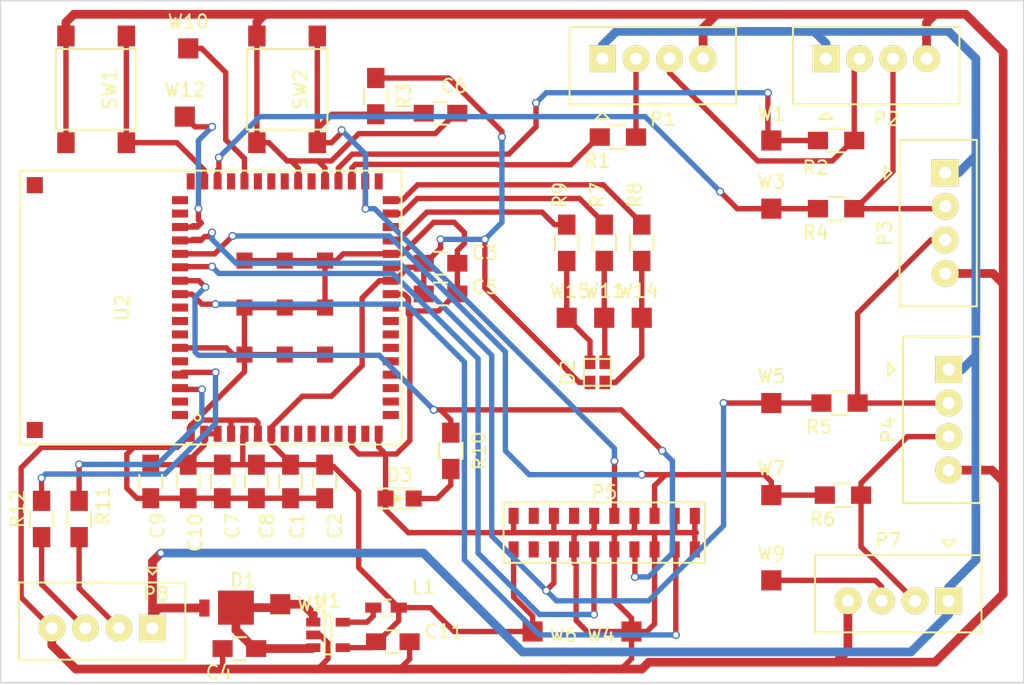
<source format=kicad_pcb>
(kicad_pcb (version 4) (host pcbnew 4.0.3-stable)

  (general
    (links 131)
    (no_connects 0)
    (area 152.349999 63.443 228.650001 114.711)
    (thickness 1.6)
    (drawings 4)
    (tracks 525)
    (zones 0)
    (modules 51)
    (nets 68)
  )

  (page A)
  (layers
    (0 F.Cu signal)
    (31 B.Cu signal)
    (32 B.Adhes user)
    (33 F.Adhes user)
    (34 B.Paste user)
    (35 F.Paste user)
    (36 B.SilkS user)
    (37 F.SilkS user)
    (38 B.Mask user)
    (39 F.Mask user)
    (40 Dwgs.User user)
    (41 Cmts.User user)
    (42 Eco1.User user)
    (43 Eco2.User user)
    (44 Edge.Cuts user)
    (45 Margin user)
    (46 B.CrtYd user)
    (47 F.CrtYd user)
    (48 B.Fab user)
    (49 F.Fab user)
  )

  (setup
    (last_trace_width 0.4)
    (trace_clearance 0.2)
    (zone_clearance 0.508)
    (zone_45_only no)
    (trace_min 0.4)
    (segment_width 0.2)
    (edge_width 0.1)
    (via_size 0.6)
    (via_drill 0.4)
    (via_min_size 0.6)
    (via_min_drill 0.3)
    (uvia_size 0.3)
    (uvia_drill 0.1)
    (uvias_allowed no)
    (uvia_min_size 0.2)
    (uvia_min_drill 0.1)
    (pcb_text_width 0.3)
    (pcb_text_size 1.5 1.5)
    (mod_edge_width 0.15)
    (mod_text_size 1 1)
    (mod_text_width 0.15)
    (pad_size 2 2)
    (pad_drill 0.9)
    (pad_to_mask_clearance 0)
    (aux_axis_origin 0 0)
    (visible_elements FFFFFF7F)
    (pcbplotparams
      (layerselection 0x00030_80000001)
      (usegerberextensions false)
      (excludeedgelayer true)
      (linewidth 0.100000)
      (plotframeref false)
      (viasonmask false)
      (mode 1)
      (useauxorigin false)
      (hpglpennumber 1)
      (hpglpenspeed 20)
      (hpglpendiameter 15)
      (hpglpenoverlay 2)
      (psnegative false)
      (psa4output false)
      (plotreference true)
      (plotvalue true)
      (plotinvisibletext false)
      (padsonsilk false)
      (subtractmaskfromsilk false)
      (outputformat 1)
      (mirror false)
      (drillshape 0)
      (scaleselection 1)
      (outputdirectory ""))
  )

  (net 0 "")
  (net 1 +3V3)
  (net 2 GND)
  (net 3 /VIN)
  (net 4 /UVCC)
  (net 5 "Net-(D2-Pad2)")
  (net 6 "Net-(D2-Pad4)")
  (net 7 "Net-(D2-Pad3)")
  (net 8 "Net-(D3-Pad2)")
  (net 9 "Net-(L1-Pad1)")
  (net 10 "Net-(P1-Pad2)")
  (net 11 "Net-(P1-Pad3)")
  (net 12 "Net-(P2-Pad3)")
  (net 13 "Net-(P3-Pad3)")
  (net 14 "Net-(P4-Pad3)")
  (net 15 "Net-(P5-Pad2)")
  (net 16 /TRST)
  (net 17 /TDI)
  (net 18 /TMS)
  (net 19 /TCK)
  (net 20 /TDO)
  (net 21 /JTAG_RST)
  (net 22 "Net-(P5-Pad17)")
  (net 23 "Net-(P5-Pad19)")
  (net 24 "Net-(P7-Pad3)")
  (net 25 "Net-(P8-Pad2)")
  (net 26 "Net-(P8-Pad3)")
  (net 27 /D0)
  (net 28 /D1)
  (net 29 /D2)
  (net 30 /RGB_B)
  (net 31 /RGB_G)
  (net 32 /RGB_R)
  (net 33 /USB_D-)
  (net 34 /USB_D+)
  (net 35 //SETUP)
  (net 36 "Net-(U2-Pad8)")
  (net 37 "Net-(U2-Pad9)")
  (net 38 "Net-(U2-Pad10)")
  (net 39 "Net-(U2-Pad11)")
  (net 40 "Net-(U2-Pad12)")
  (net 41 "Net-(U2-Pad14)")
  (net 42 "Net-(U2-Pad16)")
  (net 43 "Net-(U2-Pad17)")
  (net 44 "Net-(U2-Pad18)")
  (net 45 "Net-(U2-Pad19)")
  (net 46 "Net-(U2-Pad20)")
  (net 47 "Net-(U2-Pad21)")
  (net 48 "Net-(U2-Pad22)")
  (net 49 "Net-(U2-Pad23)")
  (net 50 "Net-(U2-Pad24)")
  (net 51 "Net-(U2-Pad30)")
  (net 52 "Net-(U2-Pad33)")
  (net 53 "Net-(U2-Pad40)")
  (net 54 "Net-(U2-Pad41)")
  (net 55 "Net-(U2-Pad42)")
  (net 56 /A1)
  (net 57 "Net-(U2-Pad44)")
  (net 58 "Net-(U2-Pad47)")
  (net 59 "Net-(U2-Pad48)")
  (net 60 "Net-(U2-Pad49)")
  (net 61 /A0)
  (net 62 "Net-(U2-Pad56)")
  (net 63 "Net-(U2-Pad57)")
  (net 64 "Net-(U2-Pad58)")
  (net 65 "Net-(U2-Pad60)")
  (net 66 "Net-(U2-Pad63)")
  (net 67 "Net-(U2-Pad64)")

  (net_class Default "This is the default net class."
    (clearance 0.2)
    (trace_width 0.4)
    (via_dia 0.6)
    (via_drill 0.4)
    (uvia_dia 0.3)
    (uvia_drill 0.1)
    (add_net +3V3)
    (add_net //SETUP)
    (add_net /A0)
    (add_net /A1)
    (add_net /D0)
    (add_net /D1)
    (add_net /D2)
    (add_net /JTAG_RST)
    (add_net /RGB_B)
    (add_net /RGB_G)
    (add_net /RGB_R)
    (add_net /TCK)
    (add_net /TDI)
    (add_net /TDO)
    (add_net /TMS)
    (add_net /TRST)
    (add_net /USB_D+)
    (add_net /USB_D-)
    (add_net /UVCC)
    (add_net /VIN)
    (add_net GND)
    (add_net "Net-(D2-Pad2)")
    (add_net "Net-(D2-Pad3)")
    (add_net "Net-(D2-Pad4)")
    (add_net "Net-(D3-Pad2)")
    (add_net "Net-(L1-Pad1)")
    (add_net "Net-(P1-Pad2)")
    (add_net "Net-(P1-Pad3)")
    (add_net "Net-(P2-Pad3)")
    (add_net "Net-(P3-Pad3)")
    (add_net "Net-(P4-Pad3)")
    (add_net "Net-(P5-Pad17)")
    (add_net "Net-(P5-Pad19)")
    (add_net "Net-(P5-Pad2)")
    (add_net "Net-(P7-Pad3)")
    (add_net "Net-(P8-Pad2)")
    (add_net "Net-(P8-Pad3)")
    (add_net "Net-(U2-Pad10)")
    (add_net "Net-(U2-Pad11)")
    (add_net "Net-(U2-Pad12)")
    (add_net "Net-(U2-Pad14)")
    (add_net "Net-(U2-Pad16)")
    (add_net "Net-(U2-Pad17)")
    (add_net "Net-(U2-Pad18)")
    (add_net "Net-(U2-Pad19)")
    (add_net "Net-(U2-Pad20)")
    (add_net "Net-(U2-Pad21)")
    (add_net "Net-(U2-Pad22)")
    (add_net "Net-(U2-Pad23)")
    (add_net "Net-(U2-Pad24)")
    (add_net "Net-(U2-Pad30)")
    (add_net "Net-(U2-Pad33)")
    (add_net "Net-(U2-Pad40)")
    (add_net "Net-(U2-Pad41)")
    (add_net "Net-(U2-Pad42)")
    (add_net "Net-(U2-Pad44)")
    (add_net "Net-(U2-Pad47)")
    (add_net "Net-(U2-Pad48)")
    (add_net "Net-(U2-Pad49)")
    (add_net "Net-(U2-Pad56)")
    (add_net "Net-(U2-Pad57)")
    (add_net "Net-(U2-Pad58)")
    (add_net "Net-(U2-Pad60)")
    (add_net "Net-(U2-Pad63)")
    (add_net "Net-(U2-Pad64)")
    (add_net "Net-(U2-Pad8)")
    (add_net "Net-(U2-Pad9)")
  )

  (module kicad-jst-xh:JST_B4B-XH-A (layer F.Cu) (tedit 57BF3A34) (tstamp 57BD2239)
    (at 197.224 67.818)
    (descr "JST XH series connector, JST_B4B-XH-A")
    (tags "connector jst xh")
    (path /57BBD07F)
    (fp_text reference P1 (at 4.5 4.5) (layer F.SilkS)
      (effects (font (size 1 1) (thickness 0.15)))
    )
    (fp_text value CONN_01X04 (at 3.75 -3.4) (layer F.Fab)
      (effects (font (size 1 1) (thickness 0.15)))
    )
    (fp_line (start -2.45 -2.35) (end 9.95 -2.35) (layer F.SilkS) (width 0.15))
    (fp_line (start -2.45 3.4) (end 9.95 3.4) (layer F.SilkS) (width 0.15))
    (fp_line (start -2.45 -2.35) (end -2.45 3.4) (layer F.SilkS) (width 0.15))
    (fp_line (start 9.95 -2.35) (end 9.95 3.4) (layer F.SilkS) (width 0.15))
    (fp_line (start -2.95 -2.85) (end 10.45 -2.85) (layer F.CrtYd) (width 0.05))
    (fp_line (start -2.95 3.9) (end 10.45 3.9) (layer F.CrtYd) (width 0.05))
    (fp_line (start -2.95 -2.85) (end -2.95 3.9) (layer F.CrtYd) (width 0.05))
    (fp_line (start 10.45 -2.85) (end 10.45 3.9) (layer F.CrtYd) (width 0.05))
    (fp_line (start -0.5 4.5) (end 0.5 4.5) (layer F.SilkS) (width 0.15))
    (fp_line (start 0 4) (end 0.5 4.5) (layer F.SilkS) (width 0.15))
    (fp_line (start 0 4) (end -0.5 4.5) (layer F.SilkS) (width 0.15))
    (pad 1 thru_hole rect (at 0 0) (size 2 2) (drill 0.9) (layers *.Cu *.Mask F.SilkS)
      (net 4 /UVCC))
    (pad 2 thru_hole circle (at 2.5 0) (size 2 2) (drill 0.9) (layers *.Cu *.Mask F.SilkS)
      (net 10 "Net-(P1-Pad2)"))
    (pad 3 thru_hole circle (at 5 0) (size 2 2) (drill 0.9) (layers *.Cu *.Mask F.SilkS)
      (net 11 "Net-(P1-Pad3)"))
    (pad 4 thru_hole circle (at 7.5 0) (size 2 2) (drill 0.9) (layers *.Cu *.Mask F.SilkS)
      (net 2 GND))
    (model ./kicad-jst-xh.3dshapes/JST_B4B-XH-A.wrl
      (at (xyz 0 0 0))
      (scale (xyz 0.3937007874 0.3937007874 0.3937007874))
      (rotate (xyz 0 0 0))
    )
  )

  (module Measurement_Points:Measurement_Point_Square-SMD-Pad_Small (layer F.Cu) (tedit 56C36007) (tstamp 57BD2368)
    (at 197.358 87.122)
    (descr "Mesurement Point, Square, SMD Pad,  1.5mm x 1.5mm,")
    (tags "Mesurement Point Square SMD Pad 1.5x1.5mm")
    (path /57BDDD36)
    (attr virtual)
    (fp_text reference W11 (at 0 -2) (layer F.SilkS)
      (effects (font (size 1 1) (thickness 0.15)))
    )
    (fp_text value TEST_1P (at 0 2) (layer F.Fab)
      (effects (font (size 1 1) (thickness 0.15)))
    )
    (fp_line (start -1 -1) (end 1 -1) (layer F.CrtYd) (width 0.05))
    (fp_line (start 1 -1) (end 1 1) (layer F.CrtYd) (width 0.05))
    (fp_line (start 1 1) (end -1 1) (layer F.CrtYd) (width 0.05))
    (fp_line (start -1 1) (end -1 -1) (layer F.CrtYd) (width 0.05))
    (pad 1 smd rect (at 0 0) (size 1.5 1.5) (layers F.Cu F.Mask)
      (net 6 "Net-(D2-Pad4)"))
  )

  (module Resistors_SMD:R_0805_HandSoldering (layer F.Cu) (tedit 54189DEE) (tstamp 57BD2287)
    (at 198.374 73.66 180)
    (descr "Resistor SMD 0805, hand soldering")
    (tags "resistor 0805")
    (path /57BBD61C)
    (attr smd)
    (fp_text reference R1 (at 1.524 -1.778 180) (layer F.SilkS)
      (effects (font (size 1 1) (thickness 0.15)))
    )
    (fp_text value 330 (at -1.27 -1.778 180) (layer F.Fab)
      (effects (font (size 1 1) (thickness 0.15)))
    )
    (fp_line (start -2.4 -1) (end 2.4 -1) (layer F.CrtYd) (width 0.05))
    (fp_line (start -2.4 1) (end 2.4 1) (layer F.CrtYd) (width 0.05))
    (fp_line (start -2.4 -1) (end -2.4 1) (layer F.CrtYd) (width 0.05))
    (fp_line (start 2.4 -1) (end 2.4 1) (layer F.CrtYd) (width 0.05))
    (fp_line (start 0.6 0.875) (end -0.6 0.875) (layer F.SilkS) (width 0.15))
    (fp_line (start -0.6 -0.875) (end 0.6 -0.875) (layer F.SilkS) (width 0.15))
    (pad 1 smd rect (at -1.35 0 180) (size 1.5 1.3) (layers F.Cu F.Paste F.Mask)
      (net 10 "Net-(P1-Pad2)"))
    (pad 2 smd rect (at 1.35 0 180) (size 1.5 1.3) (layers F.Cu F.Paste F.Mask)
      (net 27 /D0))
    (model Resistors_SMD.3dshapes/R_0805_HandSoldering.wrl
      (at (xyz 0 0 0))
      (scale (xyz 1 1 1))
      (rotate (xyz 0 0 0))
    )
  )

  (module Capacitors_SMD:C_0805_HandSoldering (layer F.Cu) (tedit 541A9B8D) (tstamp 57BD21D6)
    (at 173.99 99.314 270)
    (descr "Capacitor SMD 0805, hand soldering")
    (tags "capacitor 0805")
    (path /57BBB555)
    (attr smd)
    (fp_text reference C1 (at 3.302 -0.508 270) (layer F.SilkS)
      (effects (font (size 1 1) (thickness 0.15)))
    )
    (fp_text value 10uF (at 4.064 0.508 270) (layer F.Fab)
      (effects (font (size 1 1) (thickness 0.15)))
    )
    (fp_line (start -2.3 -1) (end 2.3 -1) (layer F.CrtYd) (width 0.05))
    (fp_line (start -2.3 1) (end 2.3 1) (layer F.CrtYd) (width 0.05))
    (fp_line (start -2.3 -1) (end -2.3 1) (layer F.CrtYd) (width 0.05))
    (fp_line (start 2.3 -1) (end 2.3 1) (layer F.CrtYd) (width 0.05))
    (fp_line (start 0.5 -0.85) (end -0.5 -0.85) (layer F.SilkS) (width 0.15))
    (fp_line (start -0.5 0.85) (end 0.5 0.85) (layer F.SilkS) (width 0.15))
    (pad 1 smd rect (at -1.25 0 270) (size 1.5 1.25) (layers F.Cu F.Paste F.Mask)
      (net 1 +3V3))
    (pad 2 smd rect (at 1.25 0 270) (size 1.5 1.25) (layers F.Cu F.Paste F.Mask)
      (net 2 GND))
    (model Capacitors_SMD.3dshapes/C_0805_HandSoldering.wrl
      (at (xyz 0 0 0))
      (scale (xyz 1 1 1))
      (rotate (xyz 0 0 0))
    )
  )

  (module Capacitors_SMD:C_0805_HandSoldering (layer F.Cu) (tedit 541A9B8D) (tstamp 57BD21DC)
    (at 176.53 99.314 270)
    (descr "Capacitor SMD 0805, hand soldering")
    (tags "capacitor 0805")
    (path /57BBB577)
    (attr smd)
    (fp_text reference C2 (at 3.302 -0.762 270) (layer F.SilkS)
      (effects (font (size 1 1) (thickness 0.15)))
    )
    (fp_text value 0.1uF (at 4.318 0.508 270) (layer F.Fab)
      (effects (font (size 1 1) (thickness 0.15)))
    )
    (fp_line (start -2.3 -1) (end 2.3 -1) (layer F.CrtYd) (width 0.05))
    (fp_line (start -2.3 1) (end 2.3 1) (layer F.CrtYd) (width 0.05))
    (fp_line (start -2.3 -1) (end -2.3 1) (layer F.CrtYd) (width 0.05))
    (fp_line (start 2.3 -1) (end 2.3 1) (layer F.CrtYd) (width 0.05))
    (fp_line (start 0.5 -0.85) (end -0.5 -0.85) (layer F.SilkS) (width 0.15))
    (fp_line (start -0.5 0.85) (end 0.5 0.85) (layer F.SilkS) (width 0.15))
    (pad 1 smd rect (at -1.25 0 270) (size 1.5 1.25) (layers F.Cu F.Paste F.Mask)
      (net 1 +3V3))
    (pad 2 smd rect (at 1.25 0 270) (size 1.5 1.25) (layers F.Cu F.Paste F.Mask)
      (net 2 GND))
    (model Capacitors_SMD.3dshapes/C_0805_HandSoldering.wrl
      (at (xyz 0 0 0))
      (scale (xyz 1 1 1))
      (rotate (xyz 0 0 0))
    )
  )

  (module Capacitors_SMD:C_0805_HandSoldering (layer F.Cu) (tedit 541A9B8D) (tstamp 57BD21E2)
    (at 185.166 83.058)
    (descr "Capacitor SMD 0805, hand soldering")
    (tags "capacitor 0805")
    (path /57BBBB00)
    (attr smd)
    (fp_text reference C3 (at 3.302 -0.762) (layer F.SilkS)
      (effects (font (size 1 1) (thickness 0.15)))
    )
    (fp_text value 10uF (at 4.318 0.508) (layer F.Fab)
      (effects (font (size 1 1) (thickness 0.15)))
    )
    (fp_line (start -2.3 -1) (end 2.3 -1) (layer F.CrtYd) (width 0.05))
    (fp_line (start -2.3 1) (end 2.3 1) (layer F.CrtYd) (width 0.05))
    (fp_line (start -2.3 -1) (end -2.3 1) (layer F.CrtYd) (width 0.05))
    (fp_line (start 2.3 -1) (end 2.3 1) (layer F.CrtYd) (width 0.05))
    (fp_line (start 0.5 -0.85) (end -0.5 -0.85) (layer F.SilkS) (width 0.15))
    (fp_line (start -0.5 0.85) (end 0.5 0.85) (layer F.SilkS) (width 0.15))
    (pad 1 smd rect (at -1.25 0) (size 1.5 1.25) (layers F.Cu F.Paste F.Mask)
      (net 1 +3V3))
    (pad 2 smd rect (at 1.25 0) (size 1.5 1.25) (layers F.Cu F.Paste F.Mask)
      (net 2 GND))
    (model Capacitors_SMD.3dshapes/C_0805_HandSoldering.wrl
      (at (xyz 0 0 0))
      (scale (xyz 1 1 1))
      (rotate (xyz 0 0 0))
    )
  )

  (module Capacitors_SMD:C_0805_HandSoldering (layer F.Cu) (tedit 541A9B8D) (tstamp 57BD21E8)
    (at 170.18 111.76 180)
    (descr "Capacitor SMD 0805, hand soldering")
    (tags "capacitor 0805")
    (path /57BBDC0C)
    (attr smd)
    (fp_text reference C4 (at 1.524 -1.778 180) (layer F.SilkS)
      (effects (font (size 1 1) (thickness 0.15)))
    )
    (fp_text value 10uF (at -1.27 -1.778 180) (layer F.Fab)
      (effects (font (size 1 1) (thickness 0.15)))
    )
    (fp_line (start -2.3 -1) (end 2.3 -1) (layer F.CrtYd) (width 0.05))
    (fp_line (start -2.3 1) (end 2.3 1) (layer F.CrtYd) (width 0.05))
    (fp_line (start -2.3 -1) (end -2.3 1) (layer F.CrtYd) (width 0.05))
    (fp_line (start 2.3 -1) (end 2.3 1) (layer F.CrtYd) (width 0.05))
    (fp_line (start 0.5 -0.85) (end -0.5 -0.85) (layer F.SilkS) (width 0.15))
    (fp_line (start -0.5 0.85) (end 0.5 0.85) (layer F.SilkS) (width 0.15))
    (pad 1 smd rect (at -1.25 0 180) (size 1.5 1.25) (layers F.Cu F.Paste F.Mask)
      (net 3 /VIN))
    (pad 2 smd rect (at 1.25 0 180) (size 1.5 1.25) (layers F.Cu F.Paste F.Mask)
      (net 2 GND))
    (model Capacitors_SMD.3dshapes/C_0805_HandSoldering.wrl
      (at (xyz 0 0 0))
      (scale (xyz 1 1 1))
      (rotate (xyz 0 0 0))
    )
  )

  (module Capacitors_SMD:C_0805_HandSoldering (layer F.Cu) (tedit 541A9B8D) (tstamp 57BD21EE)
    (at 185.166 85.344)
    (descr "Capacitor SMD 0805, hand soldering")
    (tags "capacitor 0805")
    (path /57BBBB06)
    (attr smd)
    (fp_text reference C5 (at 3.302 -0.508) (layer F.SilkS)
      (effects (font (size 1 1) (thickness 0.15)))
    )
    (fp_text value 0.1uF (at 4.572 0.508) (layer F.Fab)
      (effects (font (size 1 1) (thickness 0.15)))
    )
    (fp_line (start -2.3 -1) (end 2.3 -1) (layer F.CrtYd) (width 0.05))
    (fp_line (start -2.3 1) (end 2.3 1) (layer F.CrtYd) (width 0.05))
    (fp_line (start -2.3 -1) (end -2.3 1) (layer F.CrtYd) (width 0.05))
    (fp_line (start 2.3 -1) (end 2.3 1) (layer F.CrtYd) (width 0.05))
    (fp_line (start 0.5 -0.85) (end -0.5 -0.85) (layer F.SilkS) (width 0.15))
    (fp_line (start -0.5 0.85) (end 0.5 0.85) (layer F.SilkS) (width 0.15))
    (pad 1 smd rect (at -1.25 0) (size 1.5 1.25) (layers F.Cu F.Paste F.Mask)
      (net 1 +3V3))
    (pad 2 smd rect (at 1.25 0) (size 1.5 1.25) (layers F.Cu F.Paste F.Mask)
      (net 2 GND))
    (model Capacitors_SMD.3dshapes/C_0805_HandSoldering.wrl
      (at (xyz 0 0 0))
      (scale (xyz 1 1 1))
      (rotate (xyz 0 0 0))
    )
  )

  (module Capacitors_SMD:C_0805_HandSoldering (layer F.Cu) (tedit 541A9B8D) (tstamp 57BD21F4)
    (at 185.166 71.882)
    (descr "Capacitor SMD 0805, hand soldering")
    (tags "capacitor 0805")
    (path /57BC28D9)
    (attr smd)
    (fp_text reference C6 (at 0.996 -2.032) (layer F.SilkS)
      (effects (font (size 1 1) (thickness 0.15)))
    )
    (fp_text value 0.1uF (at 0 2.1) (layer F.Fab)
      (effects (font (size 1 1) (thickness 0.15)))
    )
    (fp_line (start -2.3 -1) (end 2.3 -1) (layer F.CrtYd) (width 0.05))
    (fp_line (start -2.3 1) (end 2.3 1) (layer F.CrtYd) (width 0.05))
    (fp_line (start -2.3 -1) (end -2.3 1) (layer F.CrtYd) (width 0.05))
    (fp_line (start 2.3 -1) (end 2.3 1) (layer F.CrtYd) (width 0.05))
    (fp_line (start 0.5 -0.85) (end -0.5 -0.85) (layer F.SilkS) (width 0.15))
    (fp_line (start -0.5 0.85) (end 0.5 0.85) (layer F.SilkS) (width 0.15))
    (pad 1 smd rect (at -1.25 0) (size 1.5 1.25) (layers F.Cu F.Paste F.Mask)
      (net 21 /JTAG_RST))
    (pad 2 smd rect (at 1.25 0) (size 1.5 1.25) (layers F.Cu F.Paste F.Mask)
      (net 2 GND))
    (model Capacitors_SMD.3dshapes/C_0805_HandSoldering.wrl
      (at (xyz 0 0 0))
      (scale (xyz 1 1 1))
      (rotate (xyz 0 0 0))
    )
  )

  (module Capacitors_SMD:C_0805_HandSoldering (layer F.Cu) (tedit 541A9B8D) (tstamp 57BD21FA)
    (at 168.91 99.314 270)
    (descr "Capacitor SMD 0805, hand soldering")
    (tags "capacitor 0805")
    (path /57BBBB72)
    (attr smd)
    (fp_text reference C7 (at 3.302 -0.762 270) (layer F.SilkS)
      (effects (font (size 1 1) (thickness 0.15)))
    )
    (fp_text value 10uF (at 4.318 0.508 270) (layer F.Fab)
      (effects (font (size 1 1) (thickness 0.15)))
    )
    (fp_line (start -2.3 -1) (end 2.3 -1) (layer F.CrtYd) (width 0.05))
    (fp_line (start -2.3 1) (end 2.3 1) (layer F.CrtYd) (width 0.05))
    (fp_line (start -2.3 -1) (end -2.3 1) (layer F.CrtYd) (width 0.05))
    (fp_line (start 2.3 -1) (end 2.3 1) (layer F.CrtYd) (width 0.05))
    (fp_line (start 0.5 -0.85) (end -0.5 -0.85) (layer F.SilkS) (width 0.15))
    (fp_line (start -0.5 0.85) (end 0.5 0.85) (layer F.SilkS) (width 0.15))
    (pad 1 smd rect (at -1.25 0 270) (size 1.5 1.25) (layers F.Cu F.Paste F.Mask)
      (net 1 +3V3))
    (pad 2 smd rect (at 1.25 0 270) (size 1.5 1.25) (layers F.Cu F.Paste F.Mask)
      (net 2 GND))
    (model Capacitors_SMD.3dshapes/C_0805_HandSoldering.wrl
      (at (xyz 0 0 0))
      (scale (xyz 1 1 1))
      (rotate (xyz 0 0 0))
    )
  )

  (module Capacitors_SMD:C_0805_HandSoldering (layer F.Cu) (tedit 541A9B8D) (tstamp 57BD2200)
    (at 171.45 99.314 270)
    (descr "Capacitor SMD 0805, hand soldering")
    (tags "capacitor 0805")
    (path /57BBBB78)
    (attr smd)
    (fp_text reference C8 (at 3.302 -0.762 270) (layer F.SilkS)
      (effects (font (size 1 1) (thickness 0.15)))
    )
    (fp_text value 0.1uF (at 4.318 0.508 270) (layer F.Fab)
      (effects (font (size 1 1) (thickness 0.15)))
    )
    (fp_line (start -2.3 -1) (end 2.3 -1) (layer F.CrtYd) (width 0.05))
    (fp_line (start -2.3 1) (end 2.3 1) (layer F.CrtYd) (width 0.05))
    (fp_line (start -2.3 -1) (end -2.3 1) (layer F.CrtYd) (width 0.05))
    (fp_line (start 2.3 -1) (end 2.3 1) (layer F.CrtYd) (width 0.05))
    (fp_line (start 0.5 -0.85) (end -0.5 -0.85) (layer F.SilkS) (width 0.15))
    (fp_line (start -0.5 0.85) (end 0.5 0.85) (layer F.SilkS) (width 0.15))
    (pad 1 smd rect (at -1.25 0 270) (size 1.5 1.25) (layers F.Cu F.Paste F.Mask)
      (net 1 +3V3))
    (pad 2 smd rect (at 1.25 0 270) (size 1.5 1.25) (layers F.Cu F.Paste F.Mask)
      (net 2 GND))
    (model Capacitors_SMD.3dshapes/C_0805_HandSoldering.wrl
      (at (xyz 0 0 0))
      (scale (xyz 1 1 1))
      (rotate (xyz 0 0 0))
    )
  )

  (module Capacitors_SMD:C_0805_HandSoldering (layer F.Cu) (tedit 541A9B8D) (tstamp 57BD2206)
    (at 163.576 99.314 270)
    (descr "Capacitor SMD 0805, hand soldering")
    (tags "capacitor 0805")
    (path /57BBBC06)
    (attr smd)
    (fp_text reference C9 (at 3.302 -0.508 270) (layer F.SilkS)
      (effects (font (size 1 1) (thickness 0.15)))
    )
    (fp_text value 10uF (at 4.064 0.762 270) (layer F.Fab)
      (effects (font (size 1 1) (thickness 0.15)))
    )
    (fp_line (start -2.3 -1) (end 2.3 -1) (layer F.CrtYd) (width 0.05))
    (fp_line (start -2.3 1) (end 2.3 1) (layer F.CrtYd) (width 0.05))
    (fp_line (start -2.3 -1) (end -2.3 1) (layer F.CrtYd) (width 0.05))
    (fp_line (start 2.3 -1) (end 2.3 1) (layer F.CrtYd) (width 0.05))
    (fp_line (start 0.5 -0.85) (end -0.5 -0.85) (layer F.SilkS) (width 0.15))
    (fp_line (start -0.5 0.85) (end 0.5 0.85) (layer F.SilkS) (width 0.15))
    (pad 1 smd rect (at -1.25 0 270) (size 1.5 1.25) (layers F.Cu F.Paste F.Mask)
      (net 1 +3V3))
    (pad 2 smd rect (at 1.25 0 270) (size 1.5 1.25) (layers F.Cu F.Paste F.Mask)
      (net 2 GND))
    (model Capacitors_SMD.3dshapes/C_0805_HandSoldering.wrl
      (at (xyz 0 0 0))
      (scale (xyz 1 1 1))
      (rotate (xyz 0 0 0))
    )
  )

  (module Capacitors_SMD:C_0805_HandSoldering (layer F.Cu) (tedit 541A9B8D) (tstamp 57BD220C)
    (at 166.37 99.314 270)
    (descr "Capacitor SMD 0805, hand soldering")
    (tags "capacitor 0805")
    (path /57BBBC0C)
    (attr smd)
    (fp_text reference C10 (at 3.81 -0.508 270) (layer F.SilkS)
      (effects (font (size 1 1) (thickness 0.15)))
    )
    (fp_text value 0.1uF (at 4.318 0.762 270) (layer F.Fab)
      (effects (font (size 1 1) (thickness 0.15)))
    )
    (fp_line (start -2.3 -1) (end 2.3 -1) (layer F.CrtYd) (width 0.05))
    (fp_line (start -2.3 1) (end 2.3 1) (layer F.CrtYd) (width 0.05))
    (fp_line (start -2.3 -1) (end -2.3 1) (layer F.CrtYd) (width 0.05))
    (fp_line (start 2.3 -1) (end 2.3 1) (layer F.CrtYd) (width 0.05))
    (fp_line (start 0.5 -0.85) (end -0.5 -0.85) (layer F.SilkS) (width 0.15))
    (fp_line (start -0.5 0.85) (end 0.5 0.85) (layer F.SilkS) (width 0.15))
    (pad 1 smd rect (at -1.25 0 270) (size 1.5 1.25) (layers F.Cu F.Paste F.Mask)
      (net 1 +3V3))
    (pad 2 smd rect (at 1.25 0 270) (size 1.5 1.25) (layers F.Cu F.Paste F.Mask)
      (net 2 GND))
    (model Capacitors_SMD.3dshapes/C_0805_HandSoldering.wrl
      (at (xyz 0 0 0))
      (scale (xyz 1 1 1))
      (rotate (xyz 0 0 0))
    )
  )

  (module Capacitors_SMD:C_0805_HandSoldering (layer F.Cu) (tedit 541A9B8D) (tstamp 57BD2212)
    (at 181.61 111.252)
    (descr "Capacitor SMD 0805, hand soldering")
    (tags "capacitor 0805")
    (path /57BBDCC9)
    (attr smd)
    (fp_text reference C11 (at 3.81 -0.762) (layer F.SilkS)
      (effects (font (size 1 1) (thickness 0.15)))
    )
    (fp_text value 10uF (at 4.064 0.762) (layer F.Fab)
      (effects (font (size 1 1) (thickness 0.15)))
    )
    (fp_line (start -2.3 -1) (end 2.3 -1) (layer F.CrtYd) (width 0.05))
    (fp_line (start -2.3 1) (end 2.3 1) (layer F.CrtYd) (width 0.05))
    (fp_line (start -2.3 -1) (end -2.3 1) (layer F.CrtYd) (width 0.05))
    (fp_line (start 2.3 -1) (end 2.3 1) (layer F.CrtYd) (width 0.05))
    (fp_line (start 0.5 -0.85) (end -0.5 -0.85) (layer F.SilkS) (width 0.15))
    (fp_line (start -0.5 0.85) (end 0.5 0.85) (layer F.SilkS) (width 0.15))
    (pad 1 smd rect (at -1.25 0) (size 1.5 1.25) (layers F.Cu F.Paste F.Mask)
      (net 1 +3V3))
    (pad 2 smd rect (at 1.25 0) (size 1.5 1.25) (layers F.Cu F.Paste F.Mask)
      (net 2 GND))
    (model Capacitors_SMD.3dshapes/C_0805_HandSoldering.wrl
      (at (xyz 0 0 0))
      (scale (xyz 1 1 1))
      (rotate (xyz 0 0 0))
    )
  )

  (module particle:DO-220AA (layer F.Cu) (tedit 57BBEB94) (tstamp 57BD2218)
    (at 171.261 109.982 180)
    (path /57BBDB8E)
    (fp_text reference D1 (at 0.827 3.302 180) (layer F.SilkS)
      (effects (font (size 1 1) (thickness 0.15)))
    )
    (fp_text value D (at 2.351 3.302 180) (layer F.Fab)
      (effects (font (size 1 1) (thickness 0.15)))
    )
    (pad 1 smd rect (at 1.335 1.27 180) (size 2.67 2.54) (layers F.Cu F.Paste F.Mask)
      (net 3 /VIN))
    (pad 2 smd rect (at 3.686 1.24 180) (size 0.762 1.27) (layers F.Cu F.Paste F.Mask)
      (net 4 /UVCC))
  )

  (module particle:CLMVB-FKA (layer F.Cu) (tedit 57BD1E7B) (tstamp 57BD2225)
    (at 196.85 91.186 90)
    (path /57BC57D1)
    (fp_text reference D2 (at 0 -2.2 90) (layer F.SilkS)
      (effects (font (size 1 1) (thickness 0.15)))
    )
    (fp_text value Led_RGB_CA (at 0 -3.9 90) (layer F.Fab)
      (effects (font (size 1 1) (thickness 0.15)))
    )
    (fp_line (start -1 -1) (end 0 -1) (layer F.SilkS) (width 0.15))
    (fp_line (start -1 1) (end -1 -1) (layer F.SilkS) (width 0.15))
    (fp_line (start 1 1) (end -1 1) (layer F.SilkS) (width 0.15))
    (fp_line (start 1 -1) (end 1 1) (layer F.SilkS) (width 0.15))
    (fp_line (start 0 -1) (end 1 -1) (layer F.SilkS) (width 0.15))
    (pad 2 smd rect (at 0.75 -0.55 90) (size 1 0.8) (layers F.Cu F.Paste F.Mask)
      (net 5 "Net-(D2-Pad2)"))
    (pad 4 smd rect (at 0.75 0.55 90) (size 1 0.8) (layers F.Cu F.Paste F.Mask)
      (net 6 "Net-(D2-Pad4)"))
    (pad 1 smd rect (at -0.75 -0.55 90) (size 1 0.8) (layers F.Cu F.Paste F.Mask)
      (net 1 +3V3))
    (pad 3 smd rect (at -0.75 0.55 90) (size 1 0.8) (layers F.Cu F.Paste F.Mask)
      (net 7 "Net-(D2-Pad3)"))
  )

  (module LEDs:LED_0805 (layer F.Cu) (tedit 55BDE1C2) (tstamp 57BD222B)
    (at 182.118 100.584)
    (descr "LED 0805 smd package")
    (tags "LED 0805 SMD")
    (path /57BC5A12)
    (attr smd)
    (fp_text reference D3 (at 0 -1.75) (layer F.SilkS)
      (effects (font (size 1 1) (thickness 0.15)))
    )
    (fp_text value Led_Small (at 0 1.75) (layer F.Fab)
      (effects (font (size 1 1) (thickness 0.15)))
    )
    (fp_line (start -1.6 0.75) (end 1.1 0.75) (layer F.SilkS) (width 0.15))
    (fp_line (start -1.6 -0.75) (end 1.1 -0.75) (layer F.SilkS) (width 0.15))
    (fp_line (start -0.1 0.15) (end -0.1 -0.1) (layer F.SilkS) (width 0.15))
    (fp_line (start -0.1 -0.1) (end -0.25 0.05) (layer F.SilkS) (width 0.15))
    (fp_line (start -0.35 -0.35) (end -0.35 0.35) (layer F.SilkS) (width 0.15))
    (fp_line (start 0 0) (end 0.35 0) (layer F.SilkS) (width 0.15))
    (fp_line (start -0.35 0) (end 0 -0.35) (layer F.SilkS) (width 0.15))
    (fp_line (start 0 -0.35) (end 0 0.35) (layer F.SilkS) (width 0.15))
    (fp_line (start 0 0.35) (end -0.35 0) (layer F.SilkS) (width 0.15))
    (fp_line (start 1.9 -0.95) (end 1.9 0.95) (layer F.CrtYd) (width 0.05))
    (fp_line (start 1.9 0.95) (end -1.9 0.95) (layer F.CrtYd) (width 0.05))
    (fp_line (start -1.9 0.95) (end -1.9 -0.95) (layer F.CrtYd) (width 0.05))
    (fp_line (start -1.9 -0.95) (end 1.9 -0.95) (layer F.CrtYd) (width 0.05))
    (pad 2 smd rect (at 1.04902 0 180) (size 1.19888 1.19888) (layers F.Cu F.Paste F.Mask)
      (net 8 "Net-(D3-Pad2)"))
    (pad 1 smd rect (at -1.04902 0 180) (size 1.19888 1.19888) (layers F.Cu F.Paste F.Mask)
      (net 2 GND))
    (model LEDs.3dshapes/LED_0805.wrl
      (at (xyz 0 0 0))
      (scale (xyz 1 1 1))
      (rotate (xyz 0 0 0))
    )
  )

  (module Capacitors_SMD:C_0603_HandSoldering (layer F.Cu) (tedit 541A9B4D) (tstamp 57BD2231)
    (at 181.102 108.712)
    (descr "Capacitor SMD 0603, hand soldering")
    (tags "capacitor 0603")
    (path /57BBE04C)
    (attr smd)
    (fp_text reference L1 (at 2.794 -1.524) (layer F.SilkS)
      (effects (font (size 1 1) (thickness 0.15)))
    )
    (fp_text value 4.7uH (at -0.254 -1.524) (layer F.Fab)
      (effects (font (size 1 1) (thickness 0.15)))
    )
    (fp_line (start -1.85 -0.75) (end 1.85 -0.75) (layer F.CrtYd) (width 0.05))
    (fp_line (start -1.85 0.75) (end 1.85 0.75) (layer F.CrtYd) (width 0.05))
    (fp_line (start -1.85 -0.75) (end -1.85 0.75) (layer F.CrtYd) (width 0.05))
    (fp_line (start 1.85 -0.75) (end 1.85 0.75) (layer F.CrtYd) (width 0.05))
    (fp_line (start -0.35 -0.6) (end 0.35 -0.6) (layer F.SilkS) (width 0.15))
    (fp_line (start 0.35 0.6) (end -0.35 0.6) (layer F.SilkS) (width 0.15))
    (pad 1 smd rect (at -0.95 0) (size 1.2 0.75) (layers F.Cu F.Paste F.Mask)
      (net 9 "Net-(L1-Pad1)"))
    (pad 2 smd rect (at 0.95 0) (size 1.2 0.75) (layers F.Cu F.Paste F.Mask)
      (net 1 +3V3))
    (model Capacitors_SMD.3dshapes/C_0603_HandSoldering.wrl
      (at (xyz 0 0 0))
      (scale (xyz 1 1 1))
      (rotate (xyz 0 0 0))
    )
  )

  (module kicad-jst-xh:JST_B4B-XH-A (layer F.Cu) (tedit 57BF3A92) (tstamp 57BD2241)
    (at 213.868 67.818)
    (descr "JST XH series connector, JST_B4B-XH-A")
    (tags "connector jst xh")
    (path /57BBD0CD)
    (fp_text reference P2 (at 4.5 4.5) (layer F.SilkS)
      (effects (font (size 1 1) (thickness 0.15)))
    )
    (fp_text value CONN_01X04 (at 3.75 -3.4) (layer F.Fab)
      (effects (font (size 1 1) (thickness 0.15)))
    )
    (fp_line (start -2.45 -2.35) (end 9.95 -2.35) (layer F.SilkS) (width 0.15))
    (fp_line (start -2.45 3.4) (end 9.95 3.4) (layer F.SilkS) (width 0.15))
    (fp_line (start -2.45 -2.35) (end -2.45 3.4) (layer F.SilkS) (width 0.15))
    (fp_line (start 9.95 -2.35) (end 9.95 3.4) (layer F.SilkS) (width 0.15))
    (fp_line (start -2.95 -2.85) (end 10.45 -2.85) (layer F.CrtYd) (width 0.05))
    (fp_line (start -2.95 3.9) (end 10.45 3.9) (layer F.CrtYd) (width 0.05))
    (fp_line (start -2.95 -2.85) (end -2.95 3.9) (layer F.CrtYd) (width 0.05))
    (fp_line (start 10.45 -2.85) (end 10.45 3.9) (layer F.CrtYd) (width 0.05))
    (fp_line (start -0.5 4.5) (end 0.5 4.5) (layer F.SilkS) (width 0.15))
    (fp_line (start 0 4) (end 0.5 4.5) (layer F.SilkS) (width 0.15))
    (fp_line (start 0 4) (end -0.5 4.5) (layer F.SilkS) (width 0.15))
    (pad 1 thru_hole rect (at 0 0) (size 2 2) (drill 0.9) (layers *.Cu *.Mask F.SilkS)
      (net 4 /UVCC))
    (pad 2 thru_hole circle (at 2.5 0) (size 2 2) (drill 0.9) (layers *.Cu *.Mask F.SilkS)
      (net 11 "Net-(P1-Pad3)"))
    (pad 3 thru_hole circle (at 5 0) (size 2 2) (drill 0.9) (layers *.Cu *.Mask F.SilkS)
      (net 12 "Net-(P2-Pad3)"))
    (pad 4 thru_hole circle (at 7.5 0) (size 2 2) (drill 0.9) (layers *.Cu *.Mask F.SilkS)
      (net 2 GND))
    (model ./kicad-jst-xh.3dshapes/JST_B4B-XH-A.wrl
      (at (xyz 0 0 0))
      (scale (xyz 0.3937007874 0.3937007874 0.3937007874))
      (rotate (xyz 0 0 0))
    )
  )

  (module kicad-jst-xh:JST_B4B-XH-A (layer F.Cu) (tedit 57BF3AA4) (tstamp 57BD2249)
    (at 222.758 76.32 270)
    (descr "JST XH series connector, JST_B4B-XH-A")
    (tags "connector jst xh")
    (path /57BBD11E)
    (fp_text reference P3 (at 4.5 4.5 270) (layer F.SilkS)
      (effects (font (size 1 1) (thickness 0.15)))
    )
    (fp_text value CONN_01X04 (at 3.75 -3.4 270) (layer F.Fab)
      (effects (font (size 1 1) (thickness 0.15)))
    )
    (fp_line (start -2.45 -2.35) (end 9.95 -2.35) (layer F.SilkS) (width 0.15))
    (fp_line (start -2.45 3.4) (end 9.95 3.4) (layer F.SilkS) (width 0.15))
    (fp_line (start -2.45 -2.35) (end -2.45 3.4) (layer F.SilkS) (width 0.15))
    (fp_line (start 9.95 -2.35) (end 9.95 3.4) (layer F.SilkS) (width 0.15))
    (fp_line (start -2.95 -2.85) (end 10.45 -2.85) (layer F.CrtYd) (width 0.05))
    (fp_line (start -2.95 3.9) (end 10.45 3.9) (layer F.CrtYd) (width 0.05))
    (fp_line (start -2.95 -2.85) (end -2.95 3.9) (layer F.CrtYd) (width 0.05))
    (fp_line (start 10.45 -2.85) (end 10.45 3.9) (layer F.CrtYd) (width 0.05))
    (fp_line (start -0.5 4.5) (end 0.5 4.5) (layer F.SilkS) (width 0.15))
    (fp_line (start 0 4) (end 0.5 4.5) (layer F.SilkS) (width 0.15))
    (fp_line (start 0 4) (end -0.5 4.5) (layer F.SilkS) (width 0.15))
    (pad 1 thru_hole rect (at 0 0 270) (size 2 2) (drill 0.9) (layers *.Cu *.Mask F.SilkS)
      (net 4 /UVCC))
    (pad 2 thru_hole circle (at 2.5 0 270) (size 2 2) (drill 0.9) (layers *.Cu *.Mask F.SilkS)
      (net 12 "Net-(P2-Pad3)"))
    (pad 3 thru_hole circle (at 5 0 270) (size 2 2) (drill 0.9) (layers *.Cu *.Mask F.SilkS)
      (net 13 "Net-(P3-Pad3)"))
    (pad 4 thru_hole circle (at 7.5 0 270) (size 2 2) (drill 0.9) (layers *.Cu *.Mask F.SilkS)
      (net 2 GND))
    (model ./kicad-jst-xh.3dshapes/JST_B4B-XH-A.wrl
      (at (xyz 0 0 0))
      (scale (xyz 0.3937007874 0.3937007874 0.3937007874))
      (rotate (xyz 0 0 0))
    )
  )

  (module kicad-jst-xh:JST_B4B-XH-A (layer F.Cu) (tedit 57BF3AB1) (tstamp 57BD2251)
    (at 223.012 90.972 270)
    (descr "JST XH series connector, JST_B4B-XH-A")
    (tags "connector jst xh")
    (path /57BBD1A6)
    (fp_text reference P4 (at 4.5 4.5 270) (layer F.SilkS)
      (effects (font (size 1 1) (thickness 0.15)))
    )
    (fp_text value CONN_01X04 (at 3.75 -3.4 270) (layer F.Fab)
      (effects (font (size 1 1) (thickness 0.15)))
    )
    (fp_line (start -2.45 -2.35) (end 9.95 -2.35) (layer F.SilkS) (width 0.15))
    (fp_line (start -2.45 3.4) (end 9.95 3.4) (layer F.SilkS) (width 0.15))
    (fp_line (start -2.45 -2.35) (end -2.45 3.4) (layer F.SilkS) (width 0.15))
    (fp_line (start 9.95 -2.35) (end 9.95 3.4) (layer F.SilkS) (width 0.15))
    (fp_line (start -2.95 -2.85) (end 10.45 -2.85) (layer F.CrtYd) (width 0.05))
    (fp_line (start -2.95 3.9) (end 10.45 3.9) (layer F.CrtYd) (width 0.05))
    (fp_line (start -2.95 -2.85) (end -2.95 3.9) (layer F.CrtYd) (width 0.05))
    (fp_line (start 10.45 -2.85) (end 10.45 3.9) (layer F.CrtYd) (width 0.05))
    (fp_line (start -0.5 4.5) (end 0.5 4.5) (layer F.SilkS) (width 0.15))
    (fp_line (start 0 4) (end 0.5 4.5) (layer F.SilkS) (width 0.15))
    (fp_line (start 0 4) (end -0.5 4.5) (layer F.SilkS) (width 0.15))
    (pad 1 thru_hole rect (at 0 0 270) (size 2 2) (drill 0.9) (layers *.Cu *.Mask F.SilkS)
      (net 4 /UVCC))
    (pad 2 thru_hole circle (at 2.5 0 270) (size 2 2) (drill 0.9) (layers *.Cu *.Mask F.SilkS)
      (net 13 "Net-(P3-Pad3)"))
    (pad 3 thru_hole circle (at 5 0 270) (size 2 2) (drill 0.9) (layers *.Cu *.Mask F.SilkS)
      (net 14 "Net-(P4-Pad3)"))
    (pad 4 thru_hole circle (at 7.5 0 270) (size 2 2) (drill 0.9) (layers *.Cu *.Mask F.SilkS)
      (net 2 GND))
    (model ./kicad-jst-xh.3dshapes/JST_B4B-XH-A.wrl
      (at (xyz 0 0 0))
      (scale (xyz 0.3937007874 0.3937007874 0.3937007874))
      (rotate (xyz 0 0 0))
    )
  )

  (module kicad-jst-xh:JST_B4B-XH-A (layer F.Cu) (tedit 57BF3AC1) (tstamp 57BD2279)
    (at 223.012 108.204 180)
    (descr "JST XH series connector, JST_B4B-XH-A")
    (tags "connector jst xh")
    (path /57BBD20B)
    (fp_text reference P7 (at 4.5 4.5 180) (layer F.SilkS)
      (effects (font (size 1 1) (thickness 0.15)))
    )
    (fp_text value CONN_01X04 (at 3.75 -3.4 180) (layer F.Fab)
      (effects (font (size 1 1) (thickness 0.15)))
    )
    (fp_line (start -2.45 -2.35) (end 9.95 -2.35) (layer F.SilkS) (width 0.15))
    (fp_line (start -2.45 3.4) (end 9.95 3.4) (layer F.SilkS) (width 0.15))
    (fp_line (start -2.45 -2.35) (end -2.45 3.4) (layer F.SilkS) (width 0.15))
    (fp_line (start 9.95 -2.35) (end 9.95 3.4) (layer F.SilkS) (width 0.15))
    (fp_line (start -2.95 -2.85) (end 10.45 -2.85) (layer F.CrtYd) (width 0.05))
    (fp_line (start -2.95 3.9) (end 10.45 3.9) (layer F.CrtYd) (width 0.05))
    (fp_line (start -2.95 -2.85) (end -2.95 3.9) (layer F.CrtYd) (width 0.05))
    (fp_line (start 10.45 -2.85) (end 10.45 3.9) (layer F.CrtYd) (width 0.05))
    (fp_line (start -0.5 4.5) (end 0.5 4.5) (layer F.SilkS) (width 0.15))
    (fp_line (start 0 4) (end 0.5 4.5) (layer F.SilkS) (width 0.15))
    (fp_line (start 0 4) (end -0.5 4.5) (layer F.SilkS) (width 0.15))
    (pad 1 thru_hole rect (at 0 0 180) (size 2 2) (drill 0.9) (layers *.Cu *.Mask F.SilkS)
      (net 4 /UVCC))
    (pad 2 thru_hole circle (at 2.5 0 180) (size 2 2) (drill 0.9) (layers *.Cu *.Mask F.SilkS)
      (net 14 "Net-(P4-Pad3)"))
    (pad 3 thru_hole circle (at 5 0 180) (size 2 2) (drill 0.9) (layers *.Cu *.Mask F.SilkS)
      (net 24 "Net-(P7-Pad3)"))
    (pad 4 thru_hole circle (at 7.5 0 180) (size 2 2) (drill 0.9) (layers *.Cu *.Mask F.SilkS)
      (net 2 GND))
    (model ./kicad-jst-xh.3dshapes/JST_B4B-XH-A.wrl
      (at (xyz 0 0 0))
      (scale (xyz 0.3937007874 0.3937007874 0.3937007874))
      (rotate (xyz 0 0 0))
    )
  )

  (module kicad-jst-xh:JST_B4B-XH-A (layer F.Cu) (tedit 57BF3ACE) (tstamp 57BD2281)
    (at 163.71 110.236 180)
    (descr "JST XH series connector, JST_B4B-XH-A")
    (tags "connector jst xh")
    (path /57BC99F5)
    (fp_text reference P8 (at -0.254 2.54 180) (layer F.SilkS)
      (effects (font (size 1 1) (thickness 0.15)))
    )
    (fp_text value CONN_01X04 (at 3.75 -3.4 180) (layer F.Fab)
      (effects (font (size 1 1) (thickness 0.15)))
    )
    (fp_line (start -2.45 -2.35) (end 9.95 -2.35) (layer F.SilkS) (width 0.15))
    (fp_line (start -2.45 3.4) (end 9.95 3.4) (layer F.SilkS) (width 0.15))
    (fp_line (start -2.45 -2.35) (end -2.45 3.4) (layer F.SilkS) (width 0.15))
    (fp_line (start 9.95 -2.35) (end 9.95 3.4) (layer F.SilkS) (width 0.15))
    (fp_line (start -2.95 -2.85) (end 10.45 -2.85) (layer F.CrtYd) (width 0.05))
    (fp_line (start -2.95 3.9) (end 10.45 3.9) (layer F.CrtYd) (width 0.05))
    (fp_line (start -2.95 -2.85) (end -2.95 3.9) (layer F.CrtYd) (width 0.05))
    (fp_line (start 10.45 -2.85) (end 10.45 3.9) (layer F.CrtYd) (width 0.05))
    (fp_line (start -0.5 4.5) (end 0.5 4.5) (layer F.SilkS) (width 0.15))
    (fp_line (start 0 4) (end 0.5 4.5) (layer F.SilkS) (width 0.15))
    (fp_line (start 0 4) (end -0.5 4.5) (layer F.SilkS) (width 0.15))
    (pad 1 thru_hole rect (at 0 0 180) (size 2 2) (drill 0.9) (layers *.Cu *.Mask F.SilkS)
      (net 4 /UVCC))
    (pad 2 thru_hole circle (at 2.5 0 180) (size 2 2) (drill 0.9) (layers *.Cu *.Mask F.SilkS)
      (net 25 "Net-(P8-Pad2)"))
    (pad 3 thru_hole circle (at 5 0 180) (size 2 2) (drill 0.9) (layers *.Cu *.Mask F.SilkS)
      (net 26 "Net-(P8-Pad3)"))
    (pad 4 thru_hole circle (at 7.5 0 180) (size 2 2) (drill 0.9) (layers *.Cu *.Mask F.SilkS)
      (net 2 GND))
    (model ./kicad-jst-xh.3dshapes/JST_B4B-XH-A.wrl
      (at (xyz 0 0 0))
      (scale (xyz 0.3937007874 0.3937007874 0.3937007874))
      (rotate (xyz 0 0 0))
    )
  )

  (module Resistors_SMD:R_0805_HandSoldering (layer F.Cu) (tedit 54189DEE) (tstamp 57BD228D)
    (at 214.63 73.914)
    (descr "Resistor SMD 0805, hand soldering")
    (tags "resistor 0805")
    (path /57BBD80A)
    (attr smd)
    (fp_text reference R2 (at -1.524 2.032) (layer F.SilkS)
      (effects (font (size 1 1) (thickness 0.15)))
    )
    (fp_text value 330 (at 1.016 2.032) (layer F.Fab)
      (effects (font (size 1 1) (thickness 0.15)))
    )
    (fp_line (start -2.4 -1) (end 2.4 -1) (layer F.CrtYd) (width 0.05))
    (fp_line (start -2.4 1) (end 2.4 1) (layer F.CrtYd) (width 0.05))
    (fp_line (start -2.4 -1) (end -2.4 1) (layer F.CrtYd) (width 0.05))
    (fp_line (start 2.4 -1) (end 2.4 1) (layer F.CrtYd) (width 0.05))
    (fp_line (start 0.6 0.875) (end -0.6 0.875) (layer F.SilkS) (width 0.15))
    (fp_line (start -0.6 -0.875) (end 0.6 -0.875) (layer F.SilkS) (width 0.15))
    (pad 1 smd rect (at -1.35 0) (size 1.5 1.3) (layers F.Cu F.Paste F.Mask)
      (net 28 /D1))
    (pad 2 smd rect (at 1.35 0) (size 1.5 1.3) (layers F.Cu F.Paste F.Mask)
      (net 11 "Net-(P1-Pad3)"))
    (model Resistors_SMD.3dshapes/R_0805_HandSoldering.wrl
      (at (xyz 0 0 0))
      (scale (xyz 1 1 1))
      (rotate (xyz 0 0 0))
    )
  )

  (module Resistors_SMD:R_0805_HandSoldering (layer F.Cu) (tedit 54189DEE) (tstamp 57BD2293)
    (at 180.34 70.612 270)
    (descr "Resistor SMD 0805, hand soldering")
    (tags "resistor 0805")
    (path /57BC270E)
    (attr smd)
    (fp_text reference R3 (at 0 -2.1 270) (layer F.SilkS)
      (effects (font (size 1 1) (thickness 0.15)))
    )
    (fp_text value 10K (at 0 2.1 270) (layer F.Fab)
      (effects (font (size 1 1) (thickness 0.15)))
    )
    (fp_line (start -2.4 -1) (end 2.4 -1) (layer F.CrtYd) (width 0.05))
    (fp_line (start -2.4 1) (end 2.4 1) (layer F.CrtYd) (width 0.05))
    (fp_line (start -2.4 -1) (end -2.4 1) (layer F.CrtYd) (width 0.05))
    (fp_line (start 2.4 -1) (end 2.4 1) (layer F.CrtYd) (width 0.05))
    (fp_line (start 0.6 0.875) (end -0.6 0.875) (layer F.SilkS) (width 0.15))
    (fp_line (start -0.6 -0.875) (end 0.6 -0.875) (layer F.SilkS) (width 0.15))
    (pad 1 smd rect (at -1.35 0 270) (size 1.5 1.3) (layers F.Cu F.Paste F.Mask)
      (net 1 +3V3))
    (pad 2 smd rect (at 1.35 0 270) (size 1.5 1.3) (layers F.Cu F.Paste F.Mask)
      (net 21 /JTAG_RST))
    (model Resistors_SMD.3dshapes/R_0805_HandSoldering.wrl
      (at (xyz 0 0 0))
      (scale (xyz 1 1 1))
      (rotate (xyz 0 0 0))
    )
  )

  (module Resistors_SMD:R_0805_HandSoldering (layer F.Cu) (tedit 54189DEE) (tstamp 57BD2299)
    (at 214.63 78.994)
    (descr "Resistor SMD 0805, hand soldering")
    (tags "resistor 0805")
    (path /57BBD967)
    (attr smd)
    (fp_text reference R4 (at -1.524 1.778) (layer F.SilkS)
      (effects (font (size 1 1) (thickness 0.15)))
    )
    (fp_text value 330 (at 1.27 1.778) (layer F.Fab)
      (effects (font (size 1 1) (thickness 0.15)))
    )
    (fp_line (start -2.4 -1) (end 2.4 -1) (layer F.CrtYd) (width 0.05))
    (fp_line (start -2.4 1) (end 2.4 1) (layer F.CrtYd) (width 0.05))
    (fp_line (start -2.4 -1) (end -2.4 1) (layer F.CrtYd) (width 0.05))
    (fp_line (start 2.4 -1) (end 2.4 1) (layer F.CrtYd) (width 0.05))
    (fp_line (start 0.6 0.875) (end -0.6 0.875) (layer F.SilkS) (width 0.15))
    (fp_line (start -0.6 -0.875) (end 0.6 -0.875) (layer F.SilkS) (width 0.15))
    (pad 1 smd rect (at -1.35 0) (size 1.5 1.3) (layers F.Cu F.Paste F.Mask)
      (net 29 /D2))
    (pad 2 smd rect (at 1.35 0) (size 1.5 1.3) (layers F.Cu F.Paste F.Mask)
      (net 12 "Net-(P2-Pad3)"))
    (model Resistors_SMD.3dshapes/R_0805_HandSoldering.wrl
      (at (xyz 0 0 0))
      (scale (xyz 1 1 1))
      (rotate (xyz 0 0 0))
    )
  )

  (module Resistors_SMD:R_0805_HandSoldering (layer F.Cu) (tedit 54189DEE) (tstamp 57BD229F)
    (at 214.884 93.472)
    (descr "Resistor SMD 0805, hand soldering")
    (tags "resistor 0805")
    (path /57BBD8F2)
    (attr smd)
    (fp_text reference R5 (at -1.524 1.778) (layer F.SilkS)
      (effects (font (size 1 1) (thickness 0.15)))
    )
    (fp_text value 330 (at 1.016 1.778) (layer F.Fab)
      (effects (font (size 1 1) (thickness 0.15)))
    )
    (fp_line (start -2.4 -1) (end 2.4 -1) (layer F.CrtYd) (width 0.05))
    (fp_line (start -2.4 1) (end 2.4 1) (layer F.CrtYd) (width 0.05))
    (fp_line (start -2.4 -1) (end -2.4 1) (layer F.CrtYd) (width 0.05))
    (fp_line (start 2.4 -1) (end 2.4 1) (layer F.CrtYd) (width 0.05))
    (fp_line (start 0.6 0.875) (end -0.6 0.875) (layer F.SilkS) (width 0.15))
    (fp_line (start -0.6 -0.875) (end 0.6 -0.875) (layer F.SilkS) (width 0.15))
    (pad 1 smd rect (at -1.35 0) (size 1.5 1.3) (layers F.Cu F.Paste F.Mask)
      (net 16 /TRST))
    (pad 2 smd rect (at 1.35 0) (size 1.5 1.3) (layers F.Cu F.Paste F.Mask)
      (net 13 "Net-(P3-Pad3)"))
    (model Resistors_SMD.3dshapes/R_0805_HandSoldering.wrl
      (at (xyz 0 0 0))
      (scale (xyz 1 1 1))
      (rotate (xyz 0 0 0))
    )
  )

  (module Resistors_SMD:R_0805_HandSoldering (layer F.Cu) (tedit 54189DEE) (tstamp 57BD22A5)
    (at 215.138 100.33)
    (descr "Resistor SMD 0805, hand soldering")
    (tags "resistor 0805")
    (path /57BBD87B)
    (attr smd)
    (fp_text reference R6 (at -1.524 1.778) (layer F.SilkS)
      (effects (font (size 1 1) (thickness 0.15)))
    )
    (fp_text value 330 (at 1.016 1.778) (layer F.Fab)
      (effects (font (size 1 1) (thickness 0.15)))
    )
    (fp_line (start -2.4 -1) (end 2.4 -1) (layer F.CrtYd) (width 0.05))
    (fp_line (start -2.4 1) (end 2.4 1) (layer F.CrtYd) (width 0.05))
    (fp_line (start -2.4 -1) (end -2.4 1) (layer F.CrtYd) (width 0.05))
    (fp_line (start 2.4 -1) (end 2.4 1) (layer F.CrtYd) (width 0.05))
    (fp_line (start 0.6 0.875) (end -0.6 0.875) (layer F.SilkS) (width 0.15))
    (fp_line (start -0.6 -0.875) (end 0.6 -0.875) (layer F.SilkS) (width 0.15))
    (pad 1 smd rect (at -1.35 0) (size 1.5 1.3) (layers F.Cu F.Paste F.Mask)
      (net 20 /TDO))
    (pad 2 smd rect (at 1.35 0) (size 1.5 1.3) (layers F.Cu F.Paste F.Mask)
      (net 14 "Net-(P4-Pad3)"))
    (model Resistors_SMD.3dshapes/R_0805_HandSoldering.wrl
      (at (xyz 0 0 0))
      (scale (xyz 1 1 1))
      (rotate (xyz 0 0 0))
    )
  )

  (module Resistors_SMD:R_0805_HandSoldering (layer F.Cu) (tedit 54189DEE) (tstamp 57BD22AB)
    (at 197.358 81.534 270)
    (descr "Resistor SMD 0805, hand soldering")
    (tags "resistor 0805")
    (path /57BC52EB)
    (attr smd)
    (fp_text reference R7 (at -3.556 0.508 270) (layer F.SilkS)
      (effects (font (size 1 1) (thickness 0.15)))
    )
    (fp_text value 1K (at -3.556 -0.508 270) (layer F.Fab)
      (effects (font (size 1 1) (thickness 0.15)))
    )
    (fp_line (start -2.4 -1) (end 2.4 -1) (layer F.CrtYd) (width 0.05))
    (fp_line (start -2.4 1) (end 2.4 1) (layer F.CrtYd) (width 0.05))
    (fp_line (start -2.4 -1) (end -2.4 1) (layer F.CrtYd) (width 0.05))
    (fp_line (start 2.4 -1) (end 2.4 1) (layer F.CrtYd) (width 0.05))
    (fp_line (start 0.6 0.875) (end -0.6 0.875) (layer F.SilkS) (width 0.15))
    (fp_line (start -0.6 -0.875) (end 0.6 -0.875) (layer F.SilkS) (width 0.15))
    (pad 1 smd rect (at -1.35 0 270) (size 1.5 1.3) (layers F.Cu F.Paste F.Mask)
      (net 30 /RGB_B))
    (pad 2 smd rect (at 1.35 0 270) (size 1.5 1.3) (layers F.Cu F.Paste F.Mask)
      (net 6 "Net-(D2-Pad4)"))
    (model Resistors_SMD.3dshapes/R_0805_HandSoldering.wrl
      (at (xyz 0 0 0))
      (scale (xyz 1 1 1))
      (rotate (xyz 0 0 0))
    )
  )

  (module Resistors_SMD:R_0805_HandSoldering (layer F.Cu) (tedit 54189DEE) (tstamp 57BD22B1)
    (at 200.152 81.534 270)
    (descr "Resistor SMD 0805, hand soldering")
    (tags "resistor 0805")
    (path /57BC523E)
    (attr smd)
    (fp_text reference R8 (at -3.556 0.508 270) (layer F.SilkS)
      (effects (font (size 1 1) (thickness 0.15)))
    )
    (fp_text value 1K (at -3.556 -0.508 270) (layer F.Fab)
      (effects (font (size 1 1) (thickness 0.15)))
    )
    (fp_line (start -2.4 -1) (end 2.4 -1) (layer F.CrtYd) (width 0.05))
    (fp_line (start -2.4 1) (end 2.4 1) (layer F.CrtYd) (width 0.05))
    (fp_line (start -2.4 -1) (end -2.4 1) (layer F.CrtYd) (width 0.05))
    (fp_line (start 2.4 -1) (end 2.4 1) (layer F.CrtYd) (width 0.05))
    (fp_line (start 0.6 0.875) (end -0.6 0.875) (layer F.SilkS) (width 0.15))
    (fp_line (start -0.6 -0.875) (end 0.6 -0.875) (layer F.SilkS) (width 0.15))
    (pad 1 smd rect (at -1.35 0 270) (size 1.5 1.3) (layers F.Cu F.Paste F.Mask)
      (net 31 /RGB_G))
    (pad 2 smd rect (at 1.35 0 270) (size 1.5 1.3) (layers F.Cu F.Paste F.Mask)
      (net 7 "Net-(D2-Pad3)"))
    (model Resistors_SMD.3dshapes/R_0805_HandSoldering.wrl
      (at (xyz 0 0 0))
      (scale (xyz 1 1 1))
      (rotate (xyz 0 0 0))
    )
  )

  (module Resistors_SMD:R_0805_HandSoldering (layer F.Cu) (tedit 54189DEE) (tstamp 57BD22B7)
    (at 194.564 81.534 270)
    (descr "Resistor SMD 0805, hand soldering")
    (tags "resistor 0805")
    (path /57BC537D)
    (attr smd)
    (fp_text reference R9 (at -3.556 0.508 270) (layer F.SilkS)
      (effects (font (size 1 1) (thickness 0.15)))
    )
    (fp_text value 1K (at -3.556 -0.508 270) (layer F.Fab)
      (effects (font (size 1 1) (thickness 0.15)))
    )
    (fp_line (start -2.4 -1) (end 2.4 -1) (layer F.CrtYd) (width 0.05))
    (fp_line (start -2.4 1) (end 2.4 1) (layer F.CrtYd) (width 0.05))
    (fp_line (start -2.4 -1) (end -2.4 1) (layer F.CrtYd) (width 0.05))
    (fp_line (start 2.4 -1) (end 2.4 1) (layer F.CrtYd) (width 0.05))
    (fp_line (start 0.6 0.875) (end -0.6 0.875) (layer F.SilkS) (width 0.15))
    (fp_line (start -0.6 -0.875) (end 0.6 -0.875) (layer F.SilkS) (width 0.15))
    (pad 1 smd rect (at -1.35 0 270) (size 1.5 1.3) (layers F.Cu F.Paste F.Mask)
      (net 32 /RGB_R))
    (pad 2 smd rect (at 1.35 0 270) (size 1.5 1.3) (layers F.Cu F.Paste F.Mask)
      (net 5 "Net-(D2-Pad2)"))
    (model Resistors_SMD.3dshapes/R_0805_HandSoldering.wrl
      (at (xyz 0 0 0))
      (scale (xyz 1 1 1))
      (rotate (xyz 0 0 0))
    )
  )

  (module Resistors_SMD:R_0805_HandSoldering (layer F.Cu) (tedit 54189DEE) (tstamp 57BD22BD)
    (at 185.928 97.028 270)
    (descr "Resistor SMD 0805, hand soldering")
    (tags "resistor 0805")
    (path /57BC5411)
    (attr smd)
    (fp_text reference R10 (at 0 -2.1 270) (layer F.SilkS)
      (effects (font (size 1 1) (thickness 0.15)))
    )
    (fp_text value 1K (at 0 2.1 270) (layer F.Fab)
      (effects (font (size 1 1) (thickness 0.15)))
    )
    (fp_line (start -2.4 -1) (end 2.4 -1) (layer F.CrtYd) (width 0.05))
    (fp_line (start -2.4 1) (end 2.4 1) (layer F.CrtYd) (width 0.05))
    (fp_line (start -2.4 -1) (end -2.4 1) (layer F.CrtYd) (width 0.05))
    (fp_line (start 2.4 -1) (end 2.4 1) (layer F.CrtYd) (width 0.05))
    (fp_line (start 0.6 0.875) (end -0.6 0.875) (layer F.SilkS) (width 0.15))
    (fp_line (start -0.6 -0.875) (end 0.6 -0.875) (layer F.SilkS) (width 0.15))
    (pad 1 smd rect (at -1.35 0 270) (size 1.5 1.3) (layers F.Cu F.Paste F.Mask)
      (net 18 /TMS))
    (pad 2 smd rect (at 1.35 0 270) (size 1.5 1.3) (layers F.Cu F.Paste F.Mask)
      (net 8 "Net-(D3-Pad2)"))
    (model Resistors_SMD.3dshapes/R_0805_HandSoldering.wrl
      (at (xyz 0 0 0))
      (scale (xyz 1 1 1))
      (rotate (xyz 0 0 0))
    )
  )

  (module Resistors_SMD:R_0805_HandSoldering (layer F.Cu) (tedit 54189DEE) (tstamp 57BD22C3)
    (at 158.242 102.108 270)
    (descr "Resistor SMD 0805, hand soldering")
    (tags "resistor 0805")
    (path /57BCA0CF)
    (attr smd)
    (fp_text reference R11 (at -1.016 -1.778 270) (layer F.SilkS)
      (effects (font (size 1 1) (thickness 0.15)))
    )
    (fp_text value 22 (at 1.524 -1.778 270) (layer F.Fab)
      (effects (font (size 1 1) (thickness 0.15)))
    )
    (fp_line (start -2.4 -1) (end 2.4 -1) (layer F.CrtYd) (width 0.05))
    (fp_line (start -2.4 1) (end 2.4 1) (layer F.CrtYd) (width 0.05))
    (fp_line (start -2.4 -1) (end -2.4 1) (layer F.CrtYd) (width 0.05))
    (fp_line (start 2.4 -1) (end 2.4 1) (layer F.CrtYd) (width 0.05))
    (fp_line (start 0.6 0.875) (end -0.6 0.875) (layer F.SilkS) (width 0.15))
    (fp_line (start -0.6 -0.875) (end 0.6 -0.875) (layer F.SilkS) (width 0.15))
    (pad 1 smd rect (at -1.35 0 270) (size 1.5 1.3) (layers F.Cu F.Paste F.Mask)
      (net 33 /USB_D-))
    (pad 2 smd rect (at 1.35 0 270) (size 1.5 1.3) (layers F.Cu F.Paste F.Mask)
      (net 25 "Net-(P8-Pad2)"))
    (model Resistors_SMD.3dshapes/R_0805_HandSoldering.wrl
      (at (xyz 0 0 0))
      (scale (xyz 1 1 1))
      (rotate (xyz 0 0 0))
    )
  )

  (module Resistors_SMD:R_0805_HandSoldering (layer F.Cu) (tedit 54189DEE) (tstamp 57BD22C9)
    (at 155.448 102.108 270)
    (descr "Resistor SMD 0805, hand soldering")
    (tags "resistor 0805")
    (path /57BCA187)
    (attr smd)
    (fp_text reference R12 (at -0.762 1.778 270) (layer F.SilkS)
      (effects (font (size 1 1) (thickness 0.15)))
    )
    (fp_text value 22 (at 1.524 1.778 270) (layer F.Fab)
      (effects (font (size 1 1) (thickness 0.15)))
    )
    (fp_line (start -2.4 -1) (end 2.4 -1) (layer F.CrtYd) (width 0.05))
    (fp_line (start -2.4 1) (end 2.4 1) (layer F.CrtYd) (width 0.05))
    (fp_line (start -2.4 -1) (end -2.4 1) (layer F.CrtYd) (width 0.05))
    (fp_line (start 2.4 -1) (end 2.4 1) (layer F.CrtYd) (width 0.05))
    (fp_line (start 0.6 0.875) (end -0.6 0.875) (layer F.SilkS) (width 0.15))
    (fp_line (start -0.6 -0.875) (end 0.6 -0.875) (layer F.SilkS) (width 0.15))
    (pad 1 smd rect (at -1.35 0 270) (size 1.5 1.3) (layers F.Cu F.Paste F.Mask)
      (net 34 /USB_D+))
    (pad 2 smd rect (at 1.35 0 270) (size 1.5 1.3) (layers F.Cu F.Paste F.Mask)
      (net 26 "Net-(P8-Pad3)"))
    (model Resistors_SMD.3dshapes/R_0805_HandSoldering.wrl
      (at (xyz 0 0 0))
      (scale (xyz 1 1 1))
      (rotate (xyz 0 0 0))
    )
  )

  (module particle:PTS645 (layer F.Cu) (tedit 57BD17C0) (tstamp 57BD22D1)
    (at 159.512 70.104 90)
    (path /57BEA397)
    (fp_text reference SW1 (at 0 1 90) (layer F.SilkS)
      (effects (font (size 1 1) (thickness 0.15)))
    )
    (fp_text value SETUP (at 0 -0.9 90) (layer F.Fab)
      (effects (font (size 1 1) (thickness 0.15)))
    )
    (fp_line (start -3 -3) (end 0 -3) (layer F.SilkS) (width 0.15))
    (fp_line (start -3 3) (end -3 -3) (layer F.SilkS) (width 0.15))
    (fp_line (start 3 3) (end -3 3) (layer F.SilkS) (width 0.15))
    (fp_line (start 3 -3) (end 3 3) (layer F.SilkS) (width 0.15))
    (fp_line (start 0 -3) (end 3 -3) (layer F.SilkS) (width 0.15))
    (pad 1 smd rect (at -3.975 -2.25 90) (size 1.55 1.3) (layers F.Cu F.Paste F.Mask)
      (net 2 GND))
    (pad 2 smd rect (at 3.975 -2.25 90) (size 1.55 1.3) (layers F.Cu F.Paste F.Mask)
      (net 2 GND))
    (pad 4 smd rect (at 3.975 2.25 90) (size 1.55 1.3) (layers F.Cu F.Paste F.Mask)
      (net 35 //SETUP))
    (pad 3 smd rect (at -3.975 2.25 90) (size 1.55 1.3) (layers F.Cu F.Paste F.Mask)
      (net 35 //SETUP))
  )

  (module particle:PTS645 (layer F.Cu) (tedit 57BD17C0) (tstamp 57BD22D9)
    (at 173.736 70.104 90)
    (path /57BEA4B1)
    (fp_text reference SW2 (at 0 1 90) (layer F.SilkS)
      (effects (font (size 1 1) (thickness 0.15)))
    )
    (fp_text value RESET (at 0 -1.27 90) (layer F.Fab)
      (effects (font (size 1 1) (thickness 0.15)))
    )
    (fp_line (start -3 -3) (end 0 -3) (layer F.SilkS) (width 0.15))
    (fp_line (start -3 3) (end -3 -3) (layer F.SilkS) (width 0.15))
    (fp_line (start 3 3) (end -3 3) (layer F.SilkS) (width 0.15))
    (fp_line (start 3 -3) (end 3 3) (layer F.SilkS) (width 0.15))
    (fp_line (start 0 -3) (end 3 -3) (layer F.SilkS) (width 0.15))
    (pad 1 smd rect (at -3.975 -2.25 90) (size 1.55 1.3) (layers F.Cu F.Paste F.Mask)
      (net 2 GND))
    (pad 2 smd rect (at 3.975 -2.25 90) (size 1.55 1.3) (layers F.Cu F.Paste F.Mask)
      (net 2 GND))
    (pad 4 smd rect (at 3.975 2.25 90) (size 1.55 1.3) (layers F.Cu F.Paste F.Mask)
      (net 21 /JTAG_RST))
    (pad 3 smd rect (at -3.975 2.25 90) (size 1.55 1.3) (layers F.Cu F.Paste F.Mask)
      (net 21 /JTAG_RST))
  )

  (module TO_SOT_Packages_SMD:SOT-23-5 (layer F.Cu) (tedit 55360473) (tstamp 57BD22E2)
    (at 176.784 110.744)
    (descr "5-pin SOT23 package")
    (tags SOT-23-5)
    (path /57BBEA07)
    (attr smd)
    (fp_text reference U1 (at -0.05 -2.55) (layer F.SilkS)
      (effects (font (size 1 1) (thickness 0.15)))
    )
    (fp_text value PAM2305 (at -0.05 2.35) (layer F.Fab)
      (effects (font (size 1 1) (thickness 0.15)))
    )
    (fp_line (start -1.8 -1.6) (end 1.8 -1.6) (layer F.CrtYd) (width 0.05))
    (fp_line (start 1.8 -1.6) (end 1.8 1.6) (layer F.CrtYd) (width 0.05))
    (fp_line (start 1.8 1.6) (end -1.8 1.6) (layer F.CrtYd) (width 0.05))
    (fp_line (start -1.8 1.6) (end -1.8 -1.6) (layer F.CrtYd) (width 0.05))
    (fp_circle (center -0.3 -1.7) (end -0.2 -1.7) (layer F.SilkS) (width 0.15))
    (fp_line (start 0.25 -1.45) (end -0.25 -1.45) (layer F.SilkS) (width 0.15))
    (fp_line (start 0.25 1.45) (end 0.25 -1.45) (layer F.SilkS) (width 0.15))
    (fp_line (start -0.25 1.45) (end 0.25 1.45) (layer F.SilkS) (width 0.15))
    (fp_line (start -0.25 -1.45) (end -0.25 1.45) (layer F.SilkS) (width 0.15))
    (pad 1 smd rect (at -1.1 -0.95) (size 1.06 0.65) (layers F.Cu F.Paste F.Mask)
      (net 3 /VIN))
    (pad 2 smd rect (at -1.1 0) (size 1.06 0.65) (layers F.Cu F.Paste F.Mask)
      (net 2 GND))
    (pad 3 smd rect (at -1.1 0.95) (size 1.06 0.65) (layers F.Cu F.Paste F.Mask)
      (net 3 /VIN))
    (pad 4 smd rect (at 1.1 0.95) (size 1.06 0.65) (layers F.Cu F.Paste F.Mask)
      (net 1 +3V3))
    (pad 5 smd rect (at 1.1 -0.95) (size 1.06 0.65) (layers F.Cu F.Paste F.Mask)
      (net 9 "Net-(L1-Pad1)"))
    (model TO_SOT_Packages_SMD.3dshapes/SOT-23-5.wrl
      (at (xyz 0 0 0))
      (scale (xyz 1 1 1))
      (rotate (xyz 0 0 0))
    )
  )

  (module particle:p1 locked (layer F.Cu) (tedit 57BB74DB) (tstamp 57BD2331)
    (at 154.06 96.36)
    (path /57BBB3ED)
    (fp_text reference U2 (at 7.4 -10 90) (layer F.SilkS)
      (effects (font (size 1 1) (thickness 0.15)))
    )
    (fp_text value P1 (at 3.7 -10 90) (layer F.Fab) hide
      (effects (font (size 0.8 0.8) (thickness 0.15)))
    )
    (fp_circle (center 13 -1.8) (end 13.1 -2) (layer F.SilkS) (width 0.15))
    (fp_line (start -0.2 -20.2) (end -0.2 0.2) (layer F.SilkS) (width 0.15))
    (fp_line (start 28.2 -20.2) (end -0.2 -20.2) (layer F.SilkS) (width 0.15))
    (fp_line (start 28.2 0.2) (end 28.2 -20.2) (layer F.SilkS) (width 0.15))
    (fp_line (start -0.2 0.2) (end 28.2 0.2) (layer F.SilkS) (width 0.15))
    (fp_line (start 0 0) (end 28 0) (layer Dwgs.User) (width 0.15))
    (fp_line (start 28 0) (end 28 -20) (layer Dwgs.User) (width 0.15))
    (fp_line (start 28 -20) (end 0 -20) (layer Dwgs.User) (width 0.15))
    (fp_line (start 0 -20) (end 0 0) (layer Dwgs.User) (width 0.15))
    (pad 75 smd rect (at 0.88 -0.88 180) (size 1.2 1.2) (layers F.Cu F.Paste F.Mask))
    (pad 74 smd rect (at 0.88 -19.12) (size 1.2 1.2) (layers F.Cu F.Paste F.Mask))
    (pad 71 smd rect (at 16.5 -13.5 90) (size 1.2 1.2) (layers F.Cu F.Paste F.Mask)
      (net 2 GND))
    (pad 72 smd rect (at 19.5 -13.5 180) (size 1.2 1.2) (layers F.Cu F.Paste F.Mask)
      (net 2 GND))
    (pad 73 smd rect (at 22.5 -13.5 180) (size 1.2 1.2) (layers F.Cu F.Paste F.Mask)
      (net 2 GND))
    (pad 68 smd rect (at 16.5 -10 180) (size 1.2 1.2) (layers F.Cu F.Paste F.Mask)
      (net 2 GND))
    (pad 69 smd rect (at 19.5 -10 180) (size 1.2 1.2) (layers F.Cu F.Paste F.Mask)
      (net 2 GND))
    (pad 70 smd rect (at 22.5 -10 180) (size 1.2 1.2) (layers F.Cu F.Paste F.Mask)
      (net 2 GND))
    (pad 65 smd rect (at 16.5 -6.5 180) (size 1.2 1.2) (layers F.Cu F.Paste F.Mask)
      (net 2 GND))
    (pad 66 smd rect (at 19.5 -6.5 180) (size 1.2 1.2) (layers F.Cu F.Paste F.Mask)
      (net 2 GND))
    (pad 67 smd rect (at 22.5 -6.5 180) (size 1.2 1.2) (layers F.Cu F.Paste F.Mask)
      (net 2 GND))
    (pad 1 smd rect (at 12.5 -0.6) (size 0.6 1.2) (layers F.Cu F.Paste F.Mask)
      (net 2 GND))
    (pad 2 smd rect (at 13.5 -0.6) (size 0.6 1.2) (layers F.Cu F.Paste F.Mask)
      (net 1 +3V3))
    (pad 3 smd rect (at 14.5 -0.6) (size 0.6 1.2) (layers F.Cu F.Paste F.Mask)
      (net 1 +3V3))
    (pad 4 smd rect (at 15.5 -0.6) (size 0.6 1.2) (layers F.Cu F.Paste F.Mask)
      (net 2 GND))
    (pad 5 smd rect (at 16.5 -0.6) (size 0.6 1.2) (layers F.Cu F.Paste F.Mask)
      (net 1 +3V3))
    (pad 6 smd rect (at 17.5 -0.6) (size 0.6 1.2) (layers F.Cu F.Paste F.Mask)
      (net 2 GND))
    (pad 7 smd rect (at 18.5 -0.6) (size 0.6 1.2) (layers F.Cu F.Paste F.Mask)
      (net 1 +3V3))
    (pad 8 smd rect (at 19.5 -0.6) (size 0.6 1.2) (layers F.Cu F.Paste F.Mask)
      (net 36 "Net-(U2-Pad8)"))
    (pad 9 smd rect (at 20.5 -0.6) (size 0.6 1.2) (layers F.Cu F.Paste F.Mask)
      (net 37 "Net-(U2-Pad9)"))
    (pad 10 smd rect (at 21.5 -0.6) (size 0.6 1.2) (layers F.Cu F.Paste F.Mask)
      (net 38 "Net-(U2-Pad10)"))
    (pad 11 smd rect (at 22.5 -0.6) (size 0.6 1.2) (layers F.Cu F.Paste F.Mask)
      (net 39 "Net-(U2-Pad11)"))
    (pad 12 smd rect (at 23.5 -0.6) (size 0.6 1.2) (layers F.Cu F.Paste F.Mask)
      (net 40 "Net-(U2-Pad12)"))
    (pad 13 smd rect (at 24.5 -0.6) (size 0.6 1.2) (layers F.Cu F.Paste F.Mask)
      (net 2 GND))
    (pad 14 smd rect (at 25.5 -0.6) (size 0.6 1.2) (layers F.Cu F.Paste F.Mask)
      (net 41 "Net-(U2-Pad14)"))
    (pad 15 smd rect (at 26.5 -0.6) (size 0.6 1.2) (layers F.Cu F.Paste F.Mask)
      (net 2 GND))
    (pad 16 smd rect (at 27.4 -2 90) (size 0.6 1.2) (layers F.Cu F.Paste F.Mask)
      (net 42 "Net-(U2-Pad16)"))
    (pad 17 smd rect (at 27.4 -3 90) (size 0.6 1.2) (layers F.Cu F.Paste F.Mask)
      (net 43 "Net-(U2-Pad17)"))
    (pad 18 smd rect (at 27.4 -4 90) (size 0.6 1.2) (layers F.Cu F.Paste F.Mask)
      (net 44 "Net-(U2-Pad18)"))
    (pad 19 smd rect (at 27.4 -5 90) (size 0.6 1.2) (layers F.Cu F.Paste F.Mask)
      (net 45 "Net-(U2-Pad19)"))
    (pad 20 smd rect (at 27.4 -6 90) (size 0.6 1.2) (layers F.Cu F.Paste F.Mask)
      (net 46 "Net-(U2-Pad20)"))
    (pad 21 smd rect (at 27.4 -7 90) (size 0.6 1.2) (layers F.Cu F.Paste F.Mask)
      (net 47 "Net-(U2-Pad21)"))
    (pad 22 smd rect (at 27.4 -8 90) (size 0.6 1.2) (layers F.Cu F.Paste F.Mask)
      (net 48 "Net-(U2-Pad22)"))
    (pad 23 smd rect (at 27.4 -9 90) (size 0.6 1.2) (layers F.Cu F.Paste F.Mask)
      (net 49 "Net-(U2-Pad23)"))
    (pad 24 smd rect (at 27.4 -10 90) (size 0.6 1.2) (layers F.Cu F.Paste F.Mask)
      (net 50 "Net-(U2-Pad24)"))
    (pad 25 smd rect (at 27.4 -11 90) (size 0.6 1.2) (layers F.Cu F.Paste F.Mask)
      (net 2 GND))
    (pad 26 smd rect (at 27.4 -12 90) (size 0.6 1.2) (layers F.Cu F.Paste F.Mask)
      (net 1 +3V3))
    (pad 27 smd rect (at 27.4 -13 90) (size 0.6 1.2) (layers F.Cu F.Paste F.Mask)
      (net 1 +3V3))
    (pad 28 smd rect (at 27.4 -14 90) (size 0.6 1.2) (layers F.Cu F.Paste F.Mask)
      (net 2 GND))
    (pad 29 smd rect (at 27.4 -15 90) (size 0.6 1.2) (layers F.Cu F.Paste F.Mask)
      (net 32 /RGB_R))
    (pad 30 smd rect (at 27.4 -16 90) (size 0.6 1.2) (layers F.Cu F.Paste F.Mask)
      (net 51 "Net-(U2-Pad30)"))
    (pad 31 smd rect (at 27.4 -17 90) (size 0.6 1.2) (layers F.Cu F.Paste F.Mask)
      (net 30 /RGB_B))
    (pad 32 smd rect (at 27.4 -18 90) (size 0.6 1.2) (layers F.Cu F.Paste F.Mask)
      (net 31 /RGB_G))
    (pad 33 smd rect (at 26.5 -19.4) (size 0.6 1.2) (layers F.Cu F.Paste F.Mask)
      (net 52 "Net-(U2-Pad33)"))
    (pad 34 smd rect (at 25.5 -19.4) (size 0.6 1.2) (layers F.Cu F.Paste F.Mask)
      (net 21 /JTAG_RST))
    (pad 35 smd rect (at 24.5 -19.4) (size 0.6 1.2) (layers F.Cu F.Paste F.Mask)
      (net 27 /D0))
    (pad 36 smd rect (at 23.5 -19.4) (size 0.6 1.2) (layers F.Cu F.Paste F.Mask)
      (net 28 /D1))
    (pad 37 smd rect (at 22.5 -19.4) (size 0.6 1.2) (layers F.Cu F.Paste F.Mask)
      (net 2 GND))
    (pad 38 smd rect (at 21.5 -19.4) (size 0.6 1.2) (layers F.Cu F.Paste F.Mask))
    (pad 39 smd rect (at 20.5 -19.4) (size 0.6 1.2) (layers F.Cu F.Paste F.Mask)
      (net 2 GND))
    (pad 40 smd rect (at 19.5 -19.4) (size 0.6 1.2) (layers F.Cu F.Paste F.Mask)
      (net 53 "Net-(U2-Pad40)"))
    (pad 41 smd rect (at 18.5 -19.4) (size 0.6 1.2) (layers F.Cu F.Paste F.Mask)
      (net 54 "Net-(U2-Pad41)"))
    (pad 42 smd rect (at 17.5 -19.4) (size 0.6 1.2) (layers F.Cu F.Paste F.Mask)
      (net 55 "Net-(U2-Pad42)"))
    (pad 43 smd rect (at 16.5 -19.4) (size 0.6 1.2) (layers F.Cu F.Paste F.Mask)
      (net 56 /A1))
    (pad 44 smd rect (at 15.5 -19.4) (size 0.6 1.2) (layers F.Cu F.Paste F.Mask)
      (net 57 "Net-(U2-Pad44)"))
    (pad 45 smd rect (at 14.5 -19.4) (size 0.6 1.2) (layers F.Cu F.Paste F.Mask)
      (net 29 /D2))
    (pad 46 smd rect (at 13.5 -19.4) (size 0.6 1.2) (layers F.Cu F.Paste F.Mask)
      (net 35 //SETUP))
    (pad 47 smd rect (at 12.5 -19.4) (size 0.6 1.2) (layers F.Cu F.Paste F.Mask)
      (net 58 "Net-(U2-Pad47)"))
    (pad 48 smd rect (at 11.7 -18 90) (size 0.6 1.2) (layers F.Cu F.Paste F.Mask)
      (net 59 "Net-(U2-Pad48)"))
    (pad 49 smd rect (at 11.7 -17 90) (size 0.6 1.2) (layers F.Cu F.Paste F.Mask)
      (net 60 "Net-(U2-Pad49)"))
    (pad 50 smd rect (at 11.7 -16 90) (size 0.6 1.2) (layers F.Cu F.Paste F.Mask)
      (net 61 /A0))
    (pad 51 smd rect (at 11.7 -15 90) (size 0.6 1.2) (layers F.Cu F.Paste F.Mask)
      (net 16 /TRST))
    (pad 52 smd rect (at 11.7 -14 90) (size 0.6 1.2) (layers F.Cu F.Paste F.Mask)
      (net 20 /TDO))
    (pad 53 smd rect (at 11.7 -13 90) (size 0.6 1.2) (layers F.Cu F.Paste F.Mask)
      (net 17 /TDI))
    (pad 54 smd rect (at 11.7 -12 90) (size 0.6 1.2) (layers F.Cu F.Paste F.Mask)
      (net 18 /TMS))
    (pad 55 smd rect (at 11.7 -11 90) (size 0.6 1.2) (layers F.Cu F.Paste F.Mask)
      (net 19 /TCK))
    (pad 56 smd rect (at 11.7 -10 90) (size 0.6 1.2) (layers F.Cu F.Paste F.Mask)
      (net 62 "Net-(U2-Pad56)"))
    (pad 57 smd rect (at 11.7 -9 90) (size 0.6 1.2) (layers F.Cu F.Paste F.Mask)
      (net 63 "Net-(U2-Pad57)"))
    (pad 58 smd rect (at 11.7 -8 90) (size 0.6 1.2) (layers F.Cu F.Paste F.Mask)
      (net 64 "Net-(U2-Pad58)"))
    (pad 59 smd rect (at 11.7 -7 90) (size 0.6 1.2) (layers F.Cu F.Paste F.Mask)
      (net 2 GND))
    (pad 60 smd rect (at 11.7 -6 90) (size 0.6 1.2) (layers F.Cu F.Paste F.Mask)
      (net 65 "Net-(U2-Pad60)"))
    (pad 61 smd rect (at 11.7 -5 90) (size 0.6 1.2) (layers F.Cu F.Paste F.Mask)
      (net 34 /USB_D+))
    (pad 62 smd rect (at 11.7 -4 90) (size 0.6 1.2) (layers F.Cu F.Paste F.Mask)
      (net 33 /USB_D-))
    (pad 63 smd rect (at 11.7 -3 90) (size 0.6 1.2) (layers F.Cu F.Paste F.Mask)
      (net 66 "Net-(U2-Pad63)"))
    (pad 64 smd rect (at 11.7 -2 90) (size 0.6 1.2) (layers F.Cu F.Paste F.Mask)
      (net 67 "Net-(U2-Pad64)"))
  )

  (module Measurement_Points:Measurement_Point_Square-SMD-Pad_Small (layer F.Cu) (tedit 56C36007) (tstamp 57BD2336)
    (at 209.804 73.914)
    (descr "Mesurement Point, Square, SMD Pad,  1.5mm x 1.5mm,")
    (tags "Mesurement Point Square SMD Pad 1.5x1.5mm")
    (path /57BBD3AC)
    (attr virtual)
    (fp_text reference W1 (at 0 -2) (layer F.SilkS)
      (effects (font (size 1 1) (thickness 0.15)))
    )
    (fp_text value TEST_1P (at 0 2) (layer F.Fab)
      (effects (font (size 1 1) (thickness 0.15)))
    )
    (fp_line (start -1 -1) (end 1 -1) (layer F.CrtYd) (width 0.05))
    (fp_line (start 1 -1) (end 1 1) (layer F.CrtYd) (width 0.05))
    (fp_line (start 1 1) (end -1 1) (layer F.CrtYd) (width 0.05))
    (fp_line (start -1 1) (end -1 -1) (layer F.CrtYd) (width 0.05))
    (pad 1 smd rect (at 0 0) (size 1.5 1.5) (layers F.Cu F.Mask)
      (net 28 /D1))
  )

  (module Measurement_Points:Measurement_Point_Square-SMD-Pad_Small (layer F.Cu) (tedit 56C36007) (tstamp 57BD233B)
    (at 173.228 108.458)
    (descr "Mesurement Point, Square, SMD Pad,  1.5mm x 1.5mm,")
    (tags "Mesurement Point Square SMD Pad 1.5x1.5mm")
    (path /57BBD94A)
    (attr virtual)
    (fp_text reference W2 (at 2.286 0) (layer F.SilkS)
      (effects (font (size 1 1) (thickness 0.15)))
    )
    (fp_text value TEST_1P (at 0 2) (layer F.Fab)
      (effects (font (size 1 1) (thickness 0.15)))
    )
    (fp_line (start -1 -1) (end 1 -1) (layer F.CrtYd) (width 0.05))
    (fp_line (start 1 -1) (end 1 1) (layer F.CrtYd) (width 0.05))
    (fp_line (start 1 1) (end -1 1) (layer F.CrtYd) (width 0.05))
    (fp_line (start -1 1) (end -1 -1) (layer F.CrtYd) (width 0.05))
    (pad 1 smd rect (at 0 0) (size 1.5 1.5) (layers F.Cu F.Mask)
      (net 3 /VIN))
  )

  (module Measurement_Points:Measurement_Point_Square-SMD-Pad_Small (layer F.Cu) (tedit 56C36007) (tstamp 57BD2340)
    (at 209.804 78.994)
    (descr "Mesurement Point, Square, SMD Pad,  1.5mm x 1.5mm,")
    (tags "Mesurement Point Square SMD Pad 1.5x1.5mm")
    (path /57BBD422)
    (attr virtual)
    (fp_text reference W3 (at 0 -2) (layer F.SilkS)
      (effects (font (size 1 1) (thickness 0.15)))
    )
    (fp_text value TEST_1P (at 0 2) (layer F.Fab)
      (effects (font (size 1 1) (thickness 0.15)))
    )
    (fp_line (start -1 -1) (end 1 -1) (layer F.CrtYd) (width 0.05))
    (fp_line (start 1 -1) (end 1 1) (layer F.CrtYd) (width 0.05))
    (fp_line (start 1 1) (end -1 1) (layer F.CrtYd) (width 0.05))
    (fp_line (start -1 1) (end -1 -1) (layer F.CrtYd) (width 0.05))
    (pad 1 smd rect (at 0 0) (size 1.5 1.5) (layers F.Cu F.Mask)
      (net 29 /D2))
  )

  (module Measurement_Points:Measurement_Point_Square-SMD-Pad_Small (layer F.Cu) (tedit 56C36007) (tstamp 57BD2345)
    (at 199.39 110.49)
    (descr "Mesurement Point, Square, SMD Pad,  1.5mm x 1.5mm,")
    (tags "Mesurement Point Square SMD Pad 1.5x1.5mm")
    (path /57BBDA7C)
    (attr virtual)
    (fp_text reference W4 (at -2.286 0.254) (layer F.SilkS)
      (effects (font (size 1 1) (thickness 0.15)))
    )
    (fp_text value TEST_1P (at 0 2) (layer F.Fab)
      (effects (font (size 1 1) (thickness 0.15)))
    )
    (fp_line (start -1 -1) (end 1 -1) (layer F.CrtYd) (width 0.05))
    (fp_line (start 1 -1) (end 1 1) (layer F.CrtYd) (width 0.05))
    (fp_line (start 1 1) (end -1 1) (layer F.CrtYd) (width 0.05))
    (fp_line (start -1 1) (end -1 -1) (layer F.CrtYd) (width 0.05))
    (pad 1 smd rect (at 0 0) (size 1.5 1.5) (layers F.Cu F.Mask)
      (net 2 GND))
  )

  (module Measurement_Points:Measurement_Point_Square-SMD-Pad_Small (layer F.Cu) (tedit 56C36007) (tstamp 57BD234A)
    (at 209.804 93.472)
    (descr "Mesurement Point, Square, SMD Pad,  1.5mm x 1.5mm,")
    (tags "Mesurement Point Square SMD Pad 1.5x1.5mm")
    (path /57BBD4E6)
    (attr virtual)
    (fp_text reference W5 (at 0 -2) (layer F.SilkS)
      (effects (font (size 1 1) (thickness 0.15)))
    )
    (fp_text value TEST_1P (at 0 2) (layer F.Fab)
      (effects (font (size 1 1) (thickness 0.15)))
    )
    (fp_line (start -1 -1) (end 1 -1) (layer F.CrtYd) (width 0.05))
    (fp_line (start 1 -1) (end 1 1) (layer F.CrtYd) (width 0.05))
    (fp_line (start 1 1) (end -1 1) (layer F.CrtYd) (width 0.05))
    (fp_line (start -1 1) (end -1 -1) (layer F.CrtYd) (width 0.05))
    (pad 1 smd rect (at 0 0) (size 1.5 1.5) (layers F.Cu F.Mask)
      (net 16 /TRST))
  )

  (module Measurement_Points:Measurement_Point_Square-SMD-Pad_Small (layer F.Cu) (tedit 56C36007) (tstamp 57BD234F)
    (at 192.024 110.49)
    (descr "Mesurement Point, Square, SMD Pad,  1.5mm x 1.5mm,")
    (tags "Mesurement Point Square SMD Pad 1.5x1.5mm")
    (path /57BBDABA)
    (attr virtual)
    (fp_text reference W6 (at 2.286 0.254) (layer F.SilkS)
      (effects (font (size 1 1) (thickness 0.15)))
    )
    (fp_text value TEST_1P (at 0 2) (layer F.Fab)
      (effects (font (size 1 1) (thickness 0.15)))
    )
    (fp_line (start -1 -1) (end 1 -1) (layer F.CrtYd) (width 0.05))
    (fp_line (start 1 -1) (end 1 1) (layer F.CrtYd) (width 0.05))
    (fp_line (start 1 1) (end -1 1) (layer F.CrtYd) (width 0.05))
    (fp_line (start -1 1) (end -1 -1) (layer F.CrtYd) (width 0.05))
    (pad 1 smd rect (at 0 0) (size 1.5 1.5) (layers F.Cu F.Mask)
      (net 1 +3V3))
  )

  (module Measurement_Points:Measurement_Point_Square-SMD-Pad_Small (layer F.Cu) (tedit 56C36007) (tstamp 57BD2354)
    (at 209.804 100.33)
    (descr "Mesurement Point, Square, SMD Pad,  1.5mm x 1.5mm,")
    (tags "Mesurement Point Square SMD Pad 1.5x1.5mm")
    (path /57BBD54C)
    (attr virtual)
    (fp_text reference W7 (at 0 -2) (layer F.SilkS)
      (effects (font (size 1 1) (thickness 0.15)))
    )
    (fp_text value TEST_1P (at 0 2) (layer F.Fab)
      (effects (font (size 1 1) (thickness 0.15)))
    )
    (fp_line (start -1 -1) (end 1 -1) (layer F.CrtYd) (width 0.05))
    (fp_line (start 1 -1) (end 1 1) (layer F.CrtYd) (width 0.05))
    (fp_line (start 1 1) (end -1 1) (layer F.CrtYd) (width 0.05))
    (fp_line (start -1 1) (end -1 -1) (layer F.CrtYd) (width 0.05))
    (pad 1 smd rect (at 0 0) (size 1.5 1.5) (layers F.Cu F.Mask)
      (net 20 /TDO))
  )

  (module Measurement_Points:Measurement_Point_Square-SMD-Pad_Small (layer F.Cu) (tedit 56C36007) (tstamp 57BD235E)
    (at 209.804 106.68)
    (descr "Mesurement Point, Square, SMD Pad,  1.5mm x 1.5mm,")
    (tags "Mesurement Point Square SMD Pad 1.5x1.5mm")
    (path /57BBD482)
    (attr virtual)
    (fp_text reference W9 (at 0 -2) (layer F.SilkS)
      (effects (font (size 1 1) (thickness 0.15)))
    )
    (fp_text value TEST_1P (at 0 2) (layer F.Fab)
      (effects (font (size 1 1) (thickness 0.15)))
    )
    (fp_line (start -1 -1) (end 1 -1) (layer F.CrtYd) (width 0.05))
    (fp_line (start 1 -1) (end 1 1) (layer F.CrtYd) (width 0.05))
    (fp_line (start 1 1) (end -1 1) (layer F.CrtYd) (width 0.05))
    (fp_line (start -1 1) (end -1 -1) (layer F.CrtYd) (width 0.05))
    (pad 1 smd rect (at 0 0) (size 1.5 1.5) (layers F.Cu F.Mask)
      (net 24 "Net-(P7-Pad3)"))
  )

  (module Measurement_Points:Measurement_Point_Square-SMD-Pad_Small (layer F.Cu) (tedit 56C36007) (tstamp 57BD2363)
    (at 166.37 67.056)
    (descr "Mesurement Point, Square, SMD Pad,  1.5mm x 1.5mm,")
    (tags "Mesurement Point Square SMD Pad 1.5x1.5mm")
    (path /57BCE2F9)
    (attr virtual)
    (fp_text reference W10 (at 0 -2) (layer F.SilkS)
      (effects (font (size 1 1) (thickness 0.15)))
    )
    (fp_text value TEST_1P (at 0 2) (layer F.Fab)
      (effects (font (size 1 1) (thickness 0.15)))
    )
    (fp_line (start -1 -1) (end 1 -1) (layer F.CrtYd) (width 0.05))
    (fp_line (start 1 -1) (end 1 1) (layer F.CrtYd) (width 0.05))
    (fp_line (start 1 1) (end -1 1) (layer F.CrtYd) (width 0.05))
    (fp_line (start -1 1) (end -1 -1) (layer F.CrtYd) (width 0.05))
    (pad 1 smd rect (at 0 0) (size 1.5 1.5) (layers F.Cu F.Mask)
      (net 56 /A1))
  )

  (module Measurement_Points:Measurement_Point_Square-SMD-Pad_Small (layer F.Cu) (tedit 56C36007) (tstamp 57BD236D)
    (at 166.116 72.136)
    (descr "Mesurement Point, Square, SMD Pad,  1.5mm x 1.5mm,")
    (tags "Mesurement Point Square SMD Pad 1.5x1.5mm")
    (path /57BCDE4A)
    (attr virtual)
    (fp_text reference W12 (at 0 -2) (layer F.SilkS)
      (effects (font (size 1 1) (thickness 0.15)))
    )
    (fp_text value TEST_1P (at 0 2) (layer F.Fab)
      (effects (font (size 1 1) (thickness 0.15)))
    )
    (fp_line (start -1 -1) (end 1 -1) (layer F.CrtYd) (width 0.05))
    (fp_line (start 1 -1) (end 1 1) (layer F.CrtYd) (width 0.05))
    (fp_line (start 1 1) (end -1 1) (layer F.CrtYd) (width 0.05))
    (fp_line (start -1 1) (end -1 -1) (layer F.CrtYd) (width 0.05))
    (pad 1 smd rect (at 0 0) (size 1.5 1.5) (layers F.Cu F.Mask)
      (net 61 /A0))
  )

  (module Measurement_Points:Measurement_Point_Square-SMD-Pad_Small (layer F.Cu) (tedit 56C36007) (tstamp 57CA064C)
    (at 200.152 87.122)
    (descr "Mesurement Point, Square, SMD Pad,  1.5mm x 1.5mm,")
    (tags "Mesurement Point Square SMD Pad 1.5x1.5mm")
    (path /57BDDDF5)
    (attr virtual)
    (fp_text reference W14 (at -0.254 -2) (layer F.SilkS)
      (effects (font (size 1 1) (thickness 0.15)))
    )
    (fp_text value TEST_1P (at 0 2) (layer F.Fab)
      (effects (font (size 1 1) (thickness 0.15)))
    )
    (fp_line (start -1 -1) (end 1 -1) (layer F.CrtYd) (width 0.05))
    (fp_line (start 1 -1) (end 1 1) (layer F.CrtYd) (width 0.05))
    (fp_line (start 1 1) (end -1 1) (layer F.CrtYd) (width 0.05))
    (fp_line (start -1 1) (end -1 -1) (layer F.CrtYd) (width 0.05))
    (pad 1 smd rect (at 0 0) (size 1.5 1.5) (layers F.Cu F.Mask)
      (net 7 "Net-(D2-Pad3)"))
  )

  (module Measurement_Points:Measurement_Point_Square-SMD-Pad_Small (layer F.Cu) (tedit 56C36007) (tstamp 57CA0655)
    (at 194.564 87.122)
    (descr "Mesurement Point, Square, SMD Pad,  1.5mm x 1.5mm,")
    (tags "Mesurement Point Square SMD Pad 1.5x1.5mm")
    (path /57BDDEAB)
    (attr virtual)
    (fp_text reference W15 (at 0.254 -2) (layer F.SilkS)
      (effects (font (size 1 1) (thickness 0.15)))
    )
    (fp_text value TEST_1P (at 0 2) (layer F.Fab)
      (effects (font (size 1 1) (thickness 0.15)))
    )
    (fp_line (start -1 -1) (end 1 -1) (layer F.CrtYd) (width 0.05))
    (fp_line (start 1 -1) (end 1 1) (layer F.CrtYd) (width 0.05))
    (fp_line (start 1 1) (end -1 1) (layer F.CrtYd) (width 0.05))
    (fp_line (start -1 1) (end -1 -1) (layer F.CrtYd) (width 0.05))
    (pad 1 smd rect (at 0 0) (size 1.5 1.5) (layers F.Cu F.Mask)
      (net 5 "Net-(D2-Pad2)"))
  )

  (module particle:CONN-20-BIG (layer F.Cu) (tedit 57BF33A1) (tstamp 57E584EE)
    (at 197.358 103.124)
    (path /57BBC4CF)
    (fp_text reference P5 (at 0 -3) (layer F.SilkS)
      (effects (font (size 1 1) (thickness 0.15)))
    )
    (fp_text value CONN_02X10 (at 0 -4.5) (layer F.Fab)
      (effects (font (size 1 1) (thickness 0.15)))
    )
    (fp_line (start 7.5 -2.25) (end -7.5 -2.25) (layer F.SilkS) (width 0.15))
    (fp_line (start 7.5 2.25) (end 7.5 -2.25) (layer F.SilkS) (width 0.15))
    (fp_line (start -7.5 2.25) (end 7.5 2.25) (layer F.SilkS) (width 0.15))
    (fp_line (start -7.5 -2.25) (end -7.5 2.25) (layer F.SilkS) (width 0.15))
    (pad 1 smd rect (at -6.75 1.25) (size 0.75 1.2) (layers F.Cu F.Paste F.Mask)
      (net 1 +3V3))
    (pad 2 smd rect (at -5.25 1.25) (size 0.75 1.2) (layers F.Cu F.Paste F.Mask)
      (net 15 "Net-(P5-Pad2)"))
    (pad 3 smd rect (at -3.75 1.25) (size 0.75 1.2) (layers F.Cu F.Paste F.Mask)
      (net 16 /TRST))
    (pad 4 smd rect (at -2.25 1.25) (size 0.75 1.2) (layers F.Cu F.Paste F.Mask)
      (net 2 GND))
    (pad 5 smd rect (at -0.75 1.25) (size 0.75 1.2) (layers F.Cu F.Paste F.Mask)
      (net 17 /TDI))
    (pad 6 smd rect (at 0.75 1.25) (size 0.75 1.2) (layers F.Cu F.Paste F.Mask)
      (net 2 GND))
    (pad 7 smd rect (at 2.25 1.25) (size 0.75 1.2) (layers F.Cu F.Paste F.Mask)
      (net 18 /TMS))
    (pad 8 smd rect (at 3.75 1.25) (size 0.75 1.2) (layers F.Cu F.Paste F.Mask)
      (net 2 GND))
    (pad 9 smd rect (at 5.25 1.25) (size 0.75 1.2) (layers F.Cu F.Paste F.Mask)
      (net 19 /TCK))
    (pad 10 smd rect (at 6.75 1.25) (size 0.75 1.2) (layers F.Cu F.Paste F.Mask)
      (net 2 GND))
    (pad 11 smd rect (at 6.75 -1.25) (size 0.75 1.2) (layers F.Cu F.Paste F.Mask)
      (net 2 GND))
    (pad 12 smd rect (at 5.25 -1.25) (size 0.75 1.2) (layers F.Cu F.Paste F.Mask)
      (net 2 GND))
    (pad 13 smd rect (at 3.75 -1.25) (size 0.75 1.2) (layers F.Cu F.Paste F.Mask)
      (net 20 /TDO))
    (pad 14 smd rect (at 2.25 -1.25) (size 0.75 1.2) (layers F.Cu F.Paste F.Mask)
      (net 2 GND))
    (pad 15 smd rect (at 0.75 -1.25) (size 0.75 1.2) (layers F.Cu F.Paste F.Mask)
      (net 21 /JTAG_RST))
    (pad 16 smd rect (at -0.75 -1.25) (size 0.75 1.2) (layers F.Cu F.Paste F.Mask)
      (net 2 GND))
    (pad 17 smd rect (at -2.25 -1.25) (size 0.75 1.2) (layers F.Cu F.Paste F.Mask)
      (net 22 "Net-(P5-Pad17)"))
    (pad 18 smd rect (at -3.75 -1.25) (size 0.75 1.2) (layers F.Cu F.Paste F.Mask)
      (net 2 GND))
    (pad 19 smd rect (at -5.25 -1.25) (size 0.75 1.2) (layers F.Cu F.Paste F.Mask)
      (net 23 "Net-(P5-Pad19)"))
    (pad 20 smd rect (at -6.75 -1.25) (size 0.75 1.2) (layers F.Cu F.Paste F.Mask)
      (net 2 GND))
  )

  (gr_line (start 152.4 114.3) (end 152.4 63.5) (layer Edge.Cuts) (width 0.1))
  (gr_line (start 228.6 114.3) (end 152.4 114.3) (layer Edge.Cuts) (width 0.1))
  (gr_line (start 228.6 63.5) (end 228.6 114.3) (layer Edge.Cuts) (width 0.1))
  (gr_line (start 152.4 63.5) (end 228.6 63.5) (layer Edge.Cuts) (width 0.1))

  (segment (start 170.56 95.76) (end 170.434 95.886) (width 0.4) (layer F.Cu) (net 1))
  (segment (start 170.434 95.886) (end 170.434 97.923) (width 0.4) (layer F.Cu) (net 1))
  (segment (start 170.434 97.923) (end 170.56 98.049) (width 0.4) (layer F.Cu) (net 1))
  (segment (start 176.53 98.189) (end 177.183 98.189) (width 0.4) (layer F.Cu) (net 1))
  (segment (start 179.07 105.73) (end 182.052 108.712) (width 0.4) (layer F.Cu) (net 1))
  (segment (start 177.183 98.189) (end 179.07 100.076) (width 0.4) (layer F.Cu) (net 1))
  (segment (start 179.07 100.076) (end 179.07 105.73) (width 0.4) (layer F.Cu) (net 1))
  (segment (start 188.468 81.28) (end 188.468 84.904) (width 0.4) (layer F.Cu) (net 1))
  (segment (start 188.468 84.904) (end 195.5 91.936) (width 0.4) (layer F.Cu) (net 1))
  (segment (start 195.5 91.936) (end 196.3 91.936) (width 0.4) (layer F.Cu) (net 1))
  (via (at 188.468 81.28) (size 0.6) (drill 0.4) (layers F.Cu B.Cu) (net 1))
  (segment (start 185.165994 81.28) (end 188.468 81.28) (width 0.4) (layer B.Cu) (net 1))
  (segment (start 188.468 81.28) (end 189.738 80.01) (width 0.4) (layer B.Cu) (net 1))
  (segment (start 189.738 80.01) (end 189.738 74.084264) (width 0.4) (layer B.Cu) (net 1))
  (segment (start 189.738 74.084264) (end 189.738 73.66) (width 0.4) (layer B.Cu) (net 1))
  (segment (start 192.024 110.49) (end 192.024 109.34) (width 0.4) (layer F.Cu) (net 1))
  (segment (start 192.024 109.34) (end 190.608 107.924) (width 0.4) (layer F.Cu) (net 1))
  (segment (start 190.608 107.924) (end 190.608 105.374) (width 0.4) (layer F.Cu) (net 1))
  (segment (start 190.608 105.374) (end 190.608 104.374) (width 0.4) (layer F.Cu) (net 1))
  (segment (start 185.764264 69.262) (end 189.738 73.235736) (width 0.4) (layer F.Cu) (net 1))
  (via (at 189.738 73.66) (size 0.6) (drill 0.4) (layers F.Cu B.Cu) (net 1))
  (segment (start 189.738 73.235736) (end 189.738 73.66) (width 0.4) (layer F.Cu) (net 1))
  (segment (start 181.24 69.262) (end 185.764264 69.262) (width 0.4) (layer F.Cu) (net 1))
  (segment (start 185.165994 81.704264) (end 185.165994 81.28) (width 0.4) (layer F.Cu) (net 1))
  (segment (start 185.165994 81.933006) (end 185.165994 81.704264) (width 0.4) (layer F.Cu) (net 1))
  (segment (start 184.041 83.058) (end 185.165994 81.933006) (width 0.4) (layer F.Cu) (net 1))
  (via (at 185.165994 81.28) (size 0.6) (drill 0.4) (layers F.Cu B.Cu) (net 1))
  (segment (start 163.576 98.064) (end 166.37 98.064) (width 0.4) (layer F.Cu) (net 1))
  (segment (start 181.24 69.262) (end 180.34 69.262) (width 0.4) (layer F.Cu) (net 1))
  (segment (start 179.324 90.678) (end 179.324 85.646) (width 0.4) (layer F.Cu) (net 1))
  (segment (start 179.324 85.646) (end 180.61 84.36) (width 0.4) (layer F.Cu) (net 1))
  (segment (start 180.61 84.36) (end 181.46 84.36) (width 0.4) (layer F.Cu) (net 1))
  (segment (start 177.038 92.964) (end 179.324 90.678) (width 0.4) (layer F.Cu) (net 1))
  (segment (start 174.870998 92.964) (end 177.038 92.964) (width 0.4) (layer F.Cu) (net 1))
  (segment (start 172.56 95.76) (end 172.56 95.274998) (width 0.4) (layer F.Cu) (net 1))
  (segment (start 172.56 95.274998) (end 174.870998 92.964) (width 0.4) (layer F.Cu) (net 1))
  (segment (start 171.45 98.064) (end 173.99 98.064) (width 0.4) (layer F.Cu) (net 1))
  (segment (start 166.37 98.064) (end 168.91 98.064) (width 0.4) (layer F.Cu) (net 1))
  (segment (start 184.404 108.712) (end 186.182 110.49) (width 0.4) (layer F.Cu) (net 1))
  (segment (start 186.182 110.49) (end 192.024 110.49) (width 0.4) (layer F.Cu) (net 1))
  (segment (start 182.052 108.712) (end 184.404 108.712) (width 0.4) (layer F.Cu) (net 1))
  (segment (start 180.485 111.252) (end 182.052 109.685) (width 0.4) (layer F.Cu) (net 1))
  (segment (start 182.052 109.685) (end 182.052 109.337) (width 0.4) (layer F.Cu) (net 1))
  (segment (start 182.052 109.337) (end 182.052 108.712) (width 0.4) (layer F.Cu) (net 1))
  (segment (start 177.884 111.694) (end 179.918 111.694) (width 0.4) (layer F.Cu) (net 1))
  (segment (start 183.916 83.058) (end 183.916 85.344) (width 0.4) (layer F.Cu) (net 1))
  (segment (start 181.46 83.36) (end 182.88 83.36) (width 0.4) (layer F.Cu) (net 1))
  (segment (start 182.88 83.36) (end 183.614 83.36) (width 0.4) (layer F.Cu) (net 1))
  (segment (start 181.76 84.36) (end 182.76 83.36) (width 0.4) (layer F.Cu) (net 1))
  (segment (start 173.99 97.939) (end 172.56 96.509) (width 0.4) (layer F.Cu) (net 1))
  (segment (start 172.56 96.509) (end 172.56 95.76) (width 0.4) (layer F.Cu) (net 1))
  (segment (start 176.53 98.064) (end 173.99 98.064) (width 0.4) (layer F.Cu) (net 1))
  (segment (start 170.545 98.064) (end 168.91 98.064) (width 0.4) (layer F.Cu) (net 1))
  (segment (start 170.575 98.064) (end 171.45 98.064) (width 0.4) (layer F.Cu) (net 1))
  (segment (start 167.56 95.76) (end 167.56 96.61) (width 0.4) (layer F.Cu) (net 1))
  (segment (start 167.56 96.61) (end 166.106 98.064) (width 0.4) (layer F.Cu) (net 1))
  (segment (start 168.56 95.76) (end 167.56 95.76) (width 0.4) (layer F.Cu) (net 1))
  (segment (start 162.306 96.774) (end 155.448 96.774) (width 0.4) (layer F.Cu) (net 2))
  (segment (start 155.448 96.774) (end 153.924 98.298) (width 0.4) (layer F.Cu) (net 2))
  (segment (start 153.924 98.298) (end 153.924 107.95) (width 0.4) (layer F.Cu) (net 2))
  (segment (start 153.924 107.95) (end 155.460001 109.486001) (width 0.4) (layer F.Cu) (net 2))
  (segment (start 155.460001 109.486001) (end 156.21 110.236) (width 0.4) (layer F.Cu) (net 2))
  (segment (start 170.56 89.86) (end 170.56 91.139998) (width 0.4) (layer F.Cu) (net 2))
  (segment (start 170.56 91.139998) (end 167.894 93.805998) (width 0.4) (layer F.Cu) (net 2))
  (segment (start 167.894 93.805998) (end 166.957998 94.742) (width 0.4) (layer F.Cu) (net 2))
  (segment (start 181.46 82.36) (end 182.308 82.36) (width 0.4) (layer F.Cu) (net 2))
  (segment (start 182.308 82.36) (end 184.658 80.01) (width 0.4) (layer F.Cu) (net 2))
  (segment (start 184.658 80.01) (end 186.182 80.01) (width 0.4) (layer F.Cu) (net 2))
  (segment (start 186.182 80.01) (end 186.944 80.772) (width 0.4) (layer F.Cu) (net 2))
  (segment (start 186.944 80.772) (end 186.944 81.584998) (width 0.4) (layer F.Cu) (net 2))
  (segment (start 186.944 81.584998) (end 186.416 82.112998) (width 0.4) (layer F.Cu) (net 2))
  (segment (start 176.022 113.284) (end 168.91 113.284) (width 0.65) (layer F.Cu) (net 2))
  (segment (start 168.91 113.284) (end 167.894 113.284) (width 0.65) (layer F.Cu) (net 2))
  (segment (start 168.93 111.76) (end 168.93 113.264) (width 0.4) (layer F.Cu) (net 2))
  (segment (start 168.93 113.264) (end 168.91 113.284) (width 0.4) (layer F.Cu) (net 2))
  (segment (start 190.5 103.124) (end 193.548 103.124) (width 0.4) (layer F.Cu) (net 2))
  (segment (start 193.548 103.124) (end 195.326 103.124) (width 0.4) (layer F.Cu) (net 2))
  (segment (start 193.608 101.874) (end 193.608 103.064) (width 0.4) (layer F.Cu) (net 2))
  (segment (start 193.608 103.064) (end 193.548 103.124) (width 0.4) (layer F.Cu) (net 2))
  (segment (start 204.108 104.374) (end 204.108 103.27) (width 0.4) (layer F.Cu) (net 2))
  (segment (start 204.108 103.27) (end 203.962 103.124) (width 0.4) (layer F.Cu) (net 2))
  (segment (start 202.438 103.124) (end 203.962 103.124) (width 0.4) (layer F.Cu) (net 2))
  (segment (start 203.962 103.124) (end 204.216 103.124) (width 0.4) (layer F.Cu) (net 2))
  (segment (start 204.108 101.874) (end 204.108 102.978) (width 0.4) (layer F.Cu) (net 2))
  (segment (start 204.108 102.978) (end 203.962 103.124) (width 0.4) (layer F.Cu) (net 2))
  (segment (start 201.168 103.124) (end 202.438 103.124) (width 0.4) (layer F.Cu) (net 2))
  (segment (start 202.608 101.874) (end 202.608 102.954) (width 0.4) (layer F.Cu) (net 2))
  (segment (start 202.608 102.954) (end 202.438 103.124) (width 0.4) (layer F.Cu) (net 2))
  (segment (start 199.39 103.124) (end 201.168 103.124) (width 0.4) (layer F.Cu) (net 2))
  (segment (start 201.108 104.374) (end 201.108 103.184) (width 0.4) (layer F.Cu) (net 2))
  (segment (start 201.108 103.184) (end 201.168 103.124) (width 0.4) (layer F.Cu) (net 2))
  (segment (start 198.374 103.124) (end 199.39 103.124) (width 0.4) (layer F.Cu) (net 2))
  (segment (start 199.608 101.874) (end 199.608 102.906) (width 0.4) (layer F.Cu) (net 2))
  (segment (start 199.608 102.906) (end 199.39 103.124) (width 0.4) (layer F.Cu) (net 2))
  (segment (start 196.342 103.124) (end 198.374 103.124) (width 0.4) (layer F.Cu) (net 2))
  (segment (start 198.108 104.374) (end 198.108 103.374) (width 0.4) (layer F.Cu) (net 2))
  (segment (start 198.108 103.374) (end 198.358 103.124) (width 0.4) (layer F.Cu) (net 2))
  (segment (start 198.358 103.124) (end 198.374 103.124) (width 0.4) (layer F.Cu) (net 2))
  (segment (start 195.326 103.124) (end 196.342 103.124) (width 0.4) (layer F.Cu) (net 2))
  (segment (start 196.608 101.874) (end 196.608 102.874) (width 0.4) (layer F.Cu) (net 2))
  (segment (start 196.608 102.874) (end 196.358 103.124) (width 0.4) (layer F.Cu) (net 2))
  (segment (start 196.358 103.124) (end 196.342 103.124) (width 0.4) (layer F.Cu) (net 2))
  (segment (start 195.108 104.374) (end 195.108 103.342) (width 0.4) (layer F.Cu) (net 2))
  (segment (start 195.108 103.342) (end 195.326 103.124) (width 0.4) (layer F.Cu) (net 2))
  (segment (start 182.75954 103.124) (end 190.5 103.124) (width 0.4) (layer F.Cu) (net 2))
  (segment (start 190.608 103.016) (end 190.5 103.124) (width 0.4) (layer F.Cu) (net 2))
  (segment (start 190.608 101.874) (end 190.608 103.016) (width 0.4) (layer F.Cu) (net 2))
  (segment (start 181.06898 100.584) (end 181.06898 101.43344) (width 0.4) (layer F.Cu) (net 2))
  (segment (start 181.06898 101.43344) (end 182.75954 103.124) (width 0.4) (layer F.Cu) (net 2))
  (segment (start 199.39 110.49) (end 196.088 110.49) (width 0.4) (layer F.Cu) (net 2))
  (segment (start 196.088 110.49) (end 195.264001 109.666001) (width 0.4) (layer F.Cu) (net 2))
  (segment (start 195.264001 109.666001) (end 195.264001 105.530001) (width 0.4) (layer F.Cu) (net 2))
  (segment (start 195.264001 105.530001) (end 195.108 105.374) (width 0.4) (layer F.Cu) (net 2))
  (segment (start 195.108 105.374) (end 195.108 104.374) (width 0.4) (layer F.Cu) (net 2))
  (segment (start 201.108 104.374) (end 201.108 109.922) (width 0.4) (layer F.Cu) (net 2))
  (segment (start 201.108 109.922) (end 200.54 110.49) (width 0.4) (layer F.Cu) (net 2))
  (segment (start 200.54 110.49) (end 199.39 110.49) (width 0.4) (layer F.Cu) (net 2))
  (segment (start 199.39 110.49) (end 199.39 109.49) (width 0.4) (layer F.Cu) (net 2))
  (segment (start 199.39 109.49) (end 198.108 108.208) (width 0.4) (layer F.Cu) (net 2))
  (segment (start 198.108 108.208) (end 198.108 104.374) (width 0.4) (layer F.Cu) (net 2))
  (segment (start 171.486 74.079) (end 172.377 74.079) (width 0.4) (layer F.Cu) (net 2))
  (segment (start 172.377 74.079) (end 173.736 75.438) (width 0.4) (layer F.Cu) (net 2))
  (segment (start 173.736 75.438) (end 173.888 75.438) (width 0.4) (layer F.Cu) (net 2))
  (segment (start 174.56 76.96) (end 174.56 75.96) (width 0.4) (layer F.Cu) (net 2))
  (segment (start 174.56 75.96) (end 174.038 75.438) (width 0.4) (layer F.Cu) (net 2))
  (segment (start 174.038 75.438) (end 173.888 75.438) (width 0.4) (layer F.Cu) (net 2))
  (segment (start 174.244 75.438) (end 176.022 75.438) (width 0.4) (layer F.Cu) (net 2))
  (segment (start 176.022 75.438) (end 177.038 75.438) (width 0.4) (layer F.Cu) (net 2))
  (segment (start 176.56 76.96) (end 176.56 75.96) (width 0.4) (layer F.Cu) (net 2))
  (segment (start 176.56 75.96) (end 176.038 75.438) (width 0.4) (layer F.Cu) (net 2))
  (segment (start 176.038 75.438) (end 176.022 75.438) (width 0.4) (layer F.Cu) (net 2))
  (segment (start 177.038 75.438) (end 179.07 73.406) (width 0.4) (layer F.Cu) (net 2))
  (segment (start 179.07 73.406) (end 184.767 73.406) (width 0.4) (layer F.Cu) (net 2))
  (segment (start 184.767 73.406) (end 186.291 71.882) (width 0.4) (layer F.Cu) (net 2))
  (segment (start 181.46 85.36) (end 182.46 85.36) (width 0.4) (layer F.Cu) (net 2))
  (segment (start 182.46 85.36) (end 182.765999 85.665999) (width 0.4) (layer F.Cu) (net 2))
  (segment (start 182.765999 85.665999) (end 182.765999 86.845997) (width 0.4) (layer F.Cu) (net 2))
  (segment (start 182.765999 86.845997) (end 182.88 86.959998) (width 0.4) (layer F.Cu) (net 2))
  (segment (start 180.56 95.76) (end 180.56 96.76) (width 0.4) (layer F.Cu) (net 2))
  (segment (start 180.56 96.76) (end 181.06898 97.26898) (width 0.4) (layer F.Cu) (net 2))
  (segment (start 181.06898 97.26898) (end 181.06898 97.268982) (width 0.4) (layer F.Cu) (net 2))
  (segment (start 181.06898 97.268982) (end 179.068982 97.268982) (width 0.4) (layer F.Cu) (net 2))
  (segment (start 179.068982 97.268982) (end 178.56 96.76) (width 0.4) (layer F.Cu) (net 2))
  (segment (start 178.56 96.76) (end 178.56 95.76) (width 0.4) (layer F.Cu) (net 2))
  (segment (start 183.225998 86.614) (end 182.88 86.959998) (width 0.4) (layer F.Cu) (net 2))
  (segment (start 182.88 86.959998) (end 182.88 96.266) (width 0.4) (layer F.Cu) (net 2))
  (segment (start 182.88 96.266) (end 181.877018 97.268982) (width 0.4) (layer F.Cu) (net 2))
  (segment (start 181.877018 97.268982) (end 181.06898 97.268982) (width 0.4) (layer F.Cu) (net 2))
  (segment (start 166.56 95.76) (end 166.56 95.139998) (width 0.4) (layer F.Cu) (net 2))
  (segment (start 166.56 95.139998) (end 166.957998 94.742) (width 0.4) (layer F.Cu) (net 2))
  (segment (start 166.957998 94.742) (end 169.392 94.742) (width 0.4) (layer F.Cu) (net 2))
  (segment (start 165.546 96.774) (end 162.306 96.774) (width 0.4) (layer F.Cu) (net 2))
  (segment (start 161.798 97.282) (end 162.306 96.774) (width 0.4) (layer F.Cu) (net 2))
  (segment (start 161.798 99.811) (end 161.798 97.282) (width 0.4) (layer F.Cu) (net 2))
  (segment (start 163.576 100.564) (end 162.551 100.564) (width 0.4) (layer F.Cu) (net 2))
  (segment (start 162.551 100.564) (end 161.798 99.811) (width 0.4) (layer F.Cu) (net 2))
  (segment (start 166.56 95.76) (end 165.546 96.774) (width 0.4) (layer F.Cu) (net 2))
  (segment (start 196.596 113.284) (end 194.564 113.284) (width 0.65) (layer F.Cu) (net 2))
  (segment (start 194.564 113.284) (end 182.118 113.284) (width 0.65) (layer F.Cu) (net 2))
  (segment (start 198.628 113.284) (end 196.596 113.284) (width 0.65) (layer F.Cu) (net 2))
  (segment (start 214.63 112.776) (end 203.2 112.776) (width 0.65) (layer F.Cu) (net 2))
  (segment (start 203.2 112.776) (end 200.676 112.776) (width 0.65) (layer F.Cu) (net 2))
  (segment (start 181.06898 100.584) (end 181.06898 97.268982) (width 0.4) (layer F.Cu) (net 2))
  (segment (start 186.416 82.183) (end 186.416 83.058) (width 0.4) (layer F.Cu) (net 2))
  (segment (start 176.56 82.86) (end 177.41 82.86) (width 0.4) (layer F.Cu) (net 2))
  (segment (start 177.41 82.86) (end 177.91 82.36) (width 0.4) (layer F.Cu) (net 2))
  (segment (start 180.61 82.36) (end 181.46 82.36) (width 0.4) (layer F.Cu) (net 2))
  (segment (start 177.91 82.36) (end 180.61 82.36) (width 0.4) (layer F.Cu) (net 2))
  (segment (start 218.066 64.516) (end 221.996 64.516) (width 0.65) (layer F.Cu) (net 2))
  (segment (start 221.996 64.516) (end 224.282 64.516) (width 0.65) (layer F.Cu) (net 2))
  (segment (start 221.368 67.818) (end 221.368 65.144) (width 0.65) (layer F.Cu) (net 2))
  (segment (start 221.368 65.144) (end 221.996 64.516) (width 0.65) (layer F.Cu) (net 2))
  (segment (start 224.282 64.516) (end 227.076 67.31) (width 0.65) (layer F.Cu) (net 2))
  (segment (start 227.076 67.31) (end 227.076 74.676) (width 0.65) (layer F.Cu) (net 2))
  (segment (start 172.212 64.516) (end 205.74 64.516) (width 0.65) (layer F.Cu) (net 2))
  (segment (start 205.74 64.516) (end 218.066 64.516) (width 0.65) (layer F.Cu) (net 2))
  (segment (start 204.724 67.818) (end 204.724 65.532) (width 0.65) (layer F.Cu) (net 2))
  (segment (start 204.724 65.532) (end 205.74 64.516) (width 0.65) (layer F.Cu) (net 2))
  (segment (start 173.888 75.438) (end 174.244 75.438) (width 0.4) (layer F.Cu) (net 2))
  (segment (start 171.56 95.76) (end 171.56 94.91) (width 0.4) (layer F.Cu) (net 2))
  (segment (start 171.56 94.91) (end 171.392 94.742) (width 0.4) (layer F.Cu) (net 2))
  (segment (start 171.392 94.742) (end 169.392 94.742) (width 0.4) (layer F.Cu) (net 2))
  (segment (start 169.56 95.76) (end 169.56 94.91) (width 0.4) (layer F.Cu) (net 2))
  (segment (start 169.56 94.91) (end 169.392 94.742) (width 0.4) (layer F.Cu) (net 2))
  (segment (start 170.56 89.86) (end 169.71 89.86) (width 0.4) (layer F.Cu) (net 2))
  (segment (start 169.71 89.86) (end 169.21 89.36) (width 0.4) (layer F.Cu) (net 2))
  (segment (start 169.21 89.36) (end 166.61 89.36) (width 0.4) (layer F.Cu) (net 2))
  (segment (start 166.61 89.36) (end 165.76 89.36) (width 0.4) (layer F.Cu) (net 2))
  (segment (start 173.56 89.86) (end 176.56 89.86) (width 0.4) (layer F.Cu) (net 2))
  (segment (start 170.56 89.86) (end 173.56 89.86) (width 0.4) (layer F.Cu) (net 2))
  (segment (start 170.56 86.36) (end 170.56 87.21) (width 0.4) (layer F.Cu) (net 2))
  (segment (start 170.56 87.21) (end 170.56 89.86) (width 0.4) (layer F.Cu) (net 2))
  (segment (start 173.56 86.36) (end 170.56 86.36) (width 0.4) (layer F.Cu) (net 2))
  (segment (start 176.56 86.36) (end 173.56 86.36) (width 0.4) (layer F.Cu) (net 2))
  (segment (start 176.56 82.86) (end 176.56 86.36) (width 0.4) (layer F.Cu) (net 2))
  (segment (start 173.56 82.86) (end 176.56 82.86) (width 0.4) (layer F.Cu) (net 2))
  (segment (start 170.56 82.86) (end 173.56 82.86) (width 0.4) (layer F.Cu) (net 2))
  (segment (start 215.646 112.776) (end 214.63 112.776) (width 0.65) (layer F.Cu) (net 2))
  (segment (start 215.512 108.204) (end 215.512 111.894) (width 0.65) (layer F.Cu) (net 2))
  (segment (start 215.512 111.894) (end 214.63 112.776) (width 0.65) (layer F.Cu) (net 2))
  (segment (start 200.168 113.284) (end 198.628 113.284) (width 0.65) (layer F.Cu) (net 2))
  (segment (start 199.39 110.49) (end 199.39 112.522) (width 0.4) (layer F.Cu) (net 2))
  (segment (start 199.39 112.522) (end 198.628 113.284) (width 0.4) (layer F.Cu) (net 2))
  (segment (start 200.676 112.776) (end 200.168 113.284) (width 0.65) (layer F.Cu) (net 2))
  (segment (start 173.99 100.564) (end 176.53 100.564) (width 0.4) (layer F.Cu) (net 2))
  (segment (start 171.45 100.564) (end 173.99 100.564) (width 0.4) (layer F.Cu) (net 2))
  (segment (start 168.91 100.564) (end 169.785 100.564) (width 0.4) (layer F.Cu) (net 2))
  (segment (start 169.785 100.564) (end 171.45 100.564) (width 0.4) (layer F.Cu) (net 2))
  (segment (start 166.37 100.564) (end 168.91 100.564) (width 0.4) (layer F.Cu) (net 2))
  (segment (start 163.576 100.564) (end 166.37 100.564) (width 0.4) (layer F.Cu) (net 2))
  (segment (start 167.894 113.284) (end 157.988 113.284) (width 0.65) (layer F.Cu) (net 2))
  (segment (start 182.118 113.284) (end 176.022 113.284) (width 0.65) (layer F.Cu) (net 2))
  (segment (start 176.784 111.353998) (end 176.784 112.522) (width 0.4) (layer F.Cu) (net 2))
  (segment (start 176.784 112.522) (end 176.022 113.284) (width 0.4) (layer F.Cu) (net 2))
  (segment (start 182.86 111.252) (end 182.86 112.542) (width 0.4) (layer F.Cu) (net 2))
  (segment (start 182.86 112.542) (end 182.118 113.284) (width 0.4) (layer F.Cu) (net 2))
  (segment (start 157.988 113.284) (end 156.21 111.506) (width 0.65) (layer F.Cu) (net 2))
  (segment (start 156.21 111.506) (end 156.21 110.236) (width 0.65) (layer F.Cu) (net 2))
  (segment (start 227.076 99.314) (end 227.076 107.696) (width 0.65) (layer F.Cu) (net 2))
  (segment (start 227.076 107.696) (end 221.996 112.776) (width 0.65) (layer F.Cu) (net 2))
  (segment (start 221.996 112.776) (end 215.646 112.776) (width 0.65) (layer F.Cu) (net 2))
  (segment (start 183.225998 86.614) (end 185.021 86.614) (width 0.4) (layer F.Cu) (net 2))
  (segment (start 185.021 86.614) (end 186.291 85.344) (width 0.4) (layer F.Cu) (net 2))
  (segment (start 186.416 83.058) (end 186.416 85.344) (width 0.4) (layer F.Cu) (net 2))
  (segment (start 171.486 66.129) (end 171.486 74.079) (width 0.4) (layer F.Cu) (net 2))
  (segment (start 176.174002 110.744) (end 176.784 111.353998) (width 0.4) (layer F.Cu) (net 2))
  (segment (start 227.076 84.582) (end 227.076 99.314) (width 0.65) (layer F.Cu) (net 2))
  (segment (start 223.012 98.472) (end 226.234 98.472) (width 0.65) (layer F.Cu) (net 2))
  (segment (start 226.234 98.472) (end 227.076 99.314) (width 0.65) (layer F.Cu) (net 2))
  (segment (start 227.076 74.676) (end 227.076 84.582) (width 0.65) (layer F.Cu) (net 2))
  (segment (start 222.758 83.82) (end 226.314 83.82) (width 0.65) (layer F.Cu) (net 2))
  (segment (start 226.314 83.82) (end 227.076 84.582) (width 0.65) (layer F.Cu) (net 2))
  (segment (start 157.85 64.516) (end 172.212 64.516) (width 0.65) (layer F.Cu) (net 2))
  (segment (start 171.486 66.129) (end 171.486 65.104) (width 0.65) (layer F.Cu) (net 2))
  (segment (start 171.486 65.104) (end 172.074 64.516) (width 0.65) (layer F.Cu) (net 2))
  (segment (start 157.262 66.129) (end 157.262 65.104) (width 0.65) (layer F.Cu) (net 2))
  (segment (start 157.262 65.104) (end 157.85 64.516) (width 0.65) (layer F.Cu) (net 2))
  (segment (start 157.262 74.079) (end 157.262 66.129) (width 0.4) (layer F.Cu) (net 2))
  (segment (start 173.228 108.458) (end 174.923 108.458) (width 0.65) (layer F.Cu) (net 3))
  (segment (start 174.923 108.458) (end 175.684 109.219) (width 0.65) (layer F.Cu) (net 3))
  (segment (start 175.684 109.219) (end 175.684 109.794) (width 0.65) (layer F.Cu) (net 3))
  (segment (start 169.926 108.712) (end 172.974 108.712) (width 0.65) (layer F.Cu) (net 3))
  (segment (start 169.926 108.712) (end 169.926 110.381) (width 0.65) (layer F.Cu) (net 3))
  (segment (start 169.926 110.381) (end 171.305 111.76) (width 0.65) (layer F.Cu) (net 3))
  (segment (start 171.43 111.76) (end 175.618 111.76) (width 0.65) (layer F.Cu) (net 3))
  (segment (start 223.012 65.786) (end 212.598 65.786) (width 0.65) (layer B.Cu) (net 4))
  (segment (start 212.598 65.786) (end 212.09 65.786) (width 0.65) (layer B.Cu) (net 4))
  (segment (start 213.868 67.818) (end 213.868 66.668) (width 0.65) (layer B.Cu) (net 4))
  (segment (start 212.986 65.786) (end 212.598 65.786) (width 0.65) (layer B.Cu) (net 4))
  (segment (start 213.868 66.668) (end 212.986 65.786) (width 0.65) (layer B.Cu) (net 4))
  (segment (start 164.338 104.648) (end 183.896 104.648) (width 0.65) (layer B.Cu) (net 4))
  (segment (start 183.896 104.648) (end 191.262 112.014) (width 0.65) (layer B.Cu) (net 4))
  (segment (start 191.262 112.014) (end 220.202 112.014) (width 0.65) (layer B.Cu) (net 4))
  (segment (start 223.012 109.204) (end 223.012 108.204) (width 0.65) (layer B.Cu) (net 4))
  (segment (start 220.202 112.014) (end 223.012 109.204) (width 0.65) (layer B.Cu) (net 4))
  (segment (start 212.09 65.786) (end 198.256 65.786) (width 0.65) (layer B.Cu) (net 4))
  (segment (start 225.044 89.662) (end 225.044 74.93) (width 0.65) (layer B.Cu) (net 4))
  (segment (start 225.044 74.93) (end 225.044 67.818) (width 0.65) (layer B.Cu) (net 4))
  (segment (start 222.758 76.32) (end 223.758 76.32) (width 0.65) (layer B.Cu) (net 4))
  (segment (start 223.758 76.32) (end 225.044 75.034) (width 0.65) (layer B.Cu) (net 4))
  (segment (start 225.044 105.172) (end 225.044 89.662) (width 0.65) (layer B.Cu) (net 4))
  (segment (start 223.012 90.972) (end 224.012 90.972) (width 0.65) (layer B.Cu) (net 4))
  (segment (start 224.012 90.972) (end 225.044 89.94) (width 0.65) (layer B.Cu) (net 4))
  (segment (start 225.044 67.818) (end 223.012 65.786) (width 0.65) (layer B.Cu) (net 4))
  (segment (start 198.256 65.786) (end 197.224 66.818) (width 0.65) (layer B.Cu) (net 4))
  (segment (start 197.224 66.818) (end 197.224 67.818) (width 0.65) (layer B.Cu) (net 4))
  (segment (start 223.012 108.204) (end 223.012 107.204) (width 0.65) (layer B.Cu) (net 4))
  (segment (start 223.012 107.204) (end 225.044 105.172) (width 0.65) (layer B.Cu) (net 4))
  (segment (start 163.71 110.236) (end 163.71 105.276) (width 0.65) (layer F.Cu) (net 4))
  (segment (start 163.71 105.276) (end 164.338 104.648) (width 0.65) (layer F.Cu) (net 4))
  (via (at 164.338 104.648) (size 0.6) (drill 0.4) (layers F.Cu B.Cu) (net 4))
  (segment (start 163.71 110.236) (end 163.71 109.236) (width 0.65) (layer F.Cu) (net 4))
  (segment (start 163.71 109.236) (end 164.204 108.742) (width 0.65) (layer F.Cu) (net 4))
  (segment (start 164.204 108.742) (end 166.944 108.742) (width 0.65) (layer F.Cu) (net 4))
  (segment (start 166.944 108.742) (end 167.575 108.742) (width 0.65) (layer F.Cu) (net 4))
  (segment (start 196.3 90.436) (end 196.3 88.858) (width 0.4) (layer F.Cu) (net 5))
  (segment (start 196.3 88.858) (end 194.564 87.122) (width 0.4) (layer F.Cu) (net 5))
  (segment (start 194.564 82.804) (end 194.564 87.122) (width 0.4) (layer F.Cu) (net 5))
  (segment (start 197.4 90.436) (end 197.4 87.164) (width 0.4) (layer F.Cu) (net 6))
  (segment (start 197.4 87.164) (end 197.358 87.122) (width 0.4) (layer F.Cu) (net 6))
  (segment (start 197.358 82.884) (end 197.358 87.122) (width 0.4) (layer F.Cu) (net 6))
  (segment (start 200.152 87.122) (end 200.152 89.984) (width 0.4) (layer F.Cu) (net 7))
  (segment (start 200.152 89.984) (end 198.2 91.936) (width 0.4) (layer F.Cu) (net 7))
  (segment (start 198.2 91.936) (end 197.4 91.936) (width 0.4) (layer F.Cu) (net 7))
  (segment (start 200.152 82.884) (end 200.152 87.122) (width 0.4) (layer F.Cu) (net 7))
  (segment (start 183.16702 100.584) (end 184.912 100.584) (width 0.4) (layer F.Cu) (net 8))
  (segment (start 184.912 100.584) (end 185.928 99.568) (width 0.4) (layer F.Cu) (net 8))
  (segment (start 185.928 99.568) (end 185.928 98.378) (width 0.4) (layer F.Cu) (net 8))
  (segment (start 177.884 109.794) (end 179.695 109.794) (width 0.4) (layer F.Cu) (net 9))
  (segment (start 179.695 109.794) (end 180.152 109.337) (width 0.4) (layer F.Cu) (net 9))
  (segment (start 180.152 109.337) (end 180.152 108.712) (width 0.4) (layer F.Cu) (net 9))
  (segment (start 199.724 73.66) (end 199.724 72.76) (width 0.4) (layer F.Cu) (net 10))
  (segment (start 199.724 72.76) (end 199.724 67.818) (width 0.4) (layer F.Cu) (net 10))
  (segment (start 202.224 67.818) (end 202.224 68.87866) (width 0.4) (layer F.Cu) (net 11))
  (segment (start 202.224 68.87866) (end 208.78334 75.438) (width 0.4) (layer F.Cu) (net 11))
  (segment (start 214.356 75.438) (end 215.88 73.914) (width 0.4) (layer F.Cu) (net 11))
  (segment (start 208.78334 75.438) (end 214.356 75.438) (width 0.4) (layer F.Cu) (net 11))
  (segment (start 215.98 73.914) (end 215.98 68.206) (width 0.4) (layer F.Cu) (net 11))
  (segment (start 218.868 67.818) (end 218.868 76.206) (width 0.4) (layer F.Cu) (net 12))
  (segment (start 218.868 76.206) (end 216.08 78.994) (width 0.4) (layer F.Cu) (net 12))
  (segment (start 215.98 78.994) (end 222.584 78.994) (width 0.4) (layer F.Cu) (net 12))
  (segment (start 216.234 93.472) (end 217.234 93.472) (width 0.4) (layer F.Cu) (net 13))
  (segment (start 217.234 93.472) (end 223.012 93.472) (width 0.4) (layer F.Cu) (net 13))
  (segment (start 222.758 81.32) (end 221.69734 81.32) (width 0.4) (layer F.Cu) (net 13))
  (segment (start 221.69734 81.32) (end 216.234 86.78334) (width 0.4) (layer F.Cu) (net 13))
  (segment (start 216.234 86.78334) (end 216.234 92.572) (width 0.4) (layer F.Cu) (net 13))
  (segment (start 216.234 92.572) (end 216.234 93.472) (width 0.4) (layer F.Cu) (net 13))
  (segment (start 216.488 100.33) (end 216.488 104.18) (width 0.4) (layer F.Cu) (net 14))
  (segment (start 216.488 104.18) (end 220.512 108.204) (width 0.4) (layer F.Cu) (net 14))
  (segment (start 223.012 95.972) (end 219.946 95.972) (width 0.4) (layer F.Cu) (net 14))
  (segment (start 216.488 99.43) (end 216.488 100.33) (width 0.4) (layer F.Cu) (net 14))
  (segment (start 219.946 95.972) (end 216.488 99.43) (width 0.4) (layer F.Cu) (net 14))
  (segment (start 193.04 107.442) (end 193.802 108.204) (width 0.4) (layer B.Cu) (net 16))
  (segment (start 193.802 108.204) (end 200.66 108.204) (width 0.4) (layer B.Cu) (net 16))
  (segment (start 200.66 108.204) (end 206.248 102.616) (width 0.4) (layer B.Cu) (net 16))
  (segment (start 206.248 102.616) (end 206.248 93.472) (width 0.4) (layer B.Cu) (net 16))
  (segment (start 193.04 107.442) (end 193.608 106.874) (width 0.4) (layer F.Cu) (net 16))
  (segment (start 193.608 106.874) (end 193.608 104.374) (width 0.4) (layer F.Cu) (net 16))
  (segment (start 193.04 107.442) (end 188.976 103.378) (width 0.4) (layer B.Cu) (net 16))
  (via (at 193.04 107.442) (size 0.6) (drill 0.4) (layers F.Cu B.Cu) (net 16))
  (segment (start 188.976 103.378) (end 188.976 89.916) (width 0.4) (layer B.Cu) (net 16))
  (segment (start 182.118 83.058) (end 169.926 83.058) (width 0.4) (layer B.Cu) (net 16))
  (segment (start 188.976 89.916) (end 182.118 83.058) (width 0.4) (layer B.Cu) (net 16))
  (segment (start 169.926 83.058) (end 168.148 81.28) (width 0.4) (layer B.Cu) (net 16))
  (segment (start 168.148 81.28) (end 168.148 81.196264) (width 0.4) (layer B.Cu) (net 16))
  (segment (start 168.148 81.196264) (end 168.148 80.772) (width 0.4) (layer B.Cu) (net 16))
  (segment (start 167.594001 81.071999) (end 167.848001 81.071999) (width 0.4) (layer F.Cu) (net 16))
  (segment (start 167.848001 81.071999) (end 168.148 80.772) (width 0.4) (layer F.Cu) (net 16))
  (segment (start 165.76 81.36) (end 167.306 81.36) (width 0.4) (layer F.Cu) (net 16))
  (segment (start 167.386 81.28) (end 167.594001 81.071999) (width 0.4) (layer F.Cu) (net 16))
  (segment (start 167.306 81.36) (end 167.594001 81.071999) (width 0.4) (layer F.Cu) (net 16))
  (segment (start 166.69 81.28) (end 167.386 81.28) (width 0.4) (layer F.Cu) (net 16))
  (via (at 168.148 80.772) (size 0.6) (drill 0.4) (layers F.Cu B.Cu) (net 16))
  (segment (start 206.248 93.472) (end 209.804 93.472) (width 0.4) (layer F.Cu) (net 16))
  (via (at 206.248 93.472) (size 0.6) (drill 0.4) (layers F.Cu B.Cu) (net 16))
  (segment (start 209.804 93.472) (end 213.534 93.472) (width 0.4) (layer F.Cu) (net 16))
  (segment (start 196.596 109.22) (end 196.596 104.386) (width 0.4) (layer F.Cu) (net 17))
  (segment (start 196.596 104.386) (end 196.608 104.374) (width 0.4) (layer F.Cu) (net 17))
  (segment (start 187.96 104.648) (end 192.532 109.22) (width 0.4) (layer B.Cu) (net 17))
  (segment (start 181.61 83.82) (end 187.96 90.17) (width 0.4) (layer B.Cu) (net 17))
  (segment (start 168.656 83.82) (end 181.61 83.82) (width 0.4) (layer B.Cu) (net 17))
  (segment (start 196.171736 109.22) (end 196.596 109.22) (width 0.4) (layer B.Cu) (net 17))
  (segment (start 192.532 109.22) (end 196.171736 109.22) (width 0.4) (layer B.Cu) (net 17))
  (segment (start 168.148 83.312) (end 168.656 83.82) (width 0.4) (layer B.Cu) (net 17))
  (segment (start 187.96 90.17) (end 187.96 104.648) (width 0.4) (layer B.Cu) (net 17))
  (via (at 196.596 109.22) (size 0.6) (drill 0.4) (layers F.Cu B.Cu) (net 17))
  (via (at 168.148 83.312) (size 0.6) (drill 0.4) (layers F.Cu B.Cu) (net 17))
  (segment (start 165.862 83.312) (end 168.148 83.312) (width 0.4) (layer F.Cu) (net 17))
  (segment (start 167.132 89.916) (end 180.594 89.916) (width 0.4) (layer B.Cu) (net 18))
  (segment (start 166.878 89.662) (end 167.132 89.916) (width 0.4) (layer B.Cu) (net 18))
  (segment (start 166.878 85.598) (end 166.878 89.662) (width 0.4) (layer B.Cu) (net 18))
  (segment (start 180.594 89.916) (end 184.358001 93.680001) (width 0.4) (layer B.Cu) (net 18))
  (via (at 184.658 93.98) (size 0.6) (drill 0.4) (layers F.Cu B.Cu) (net 18))
  (segment (start 184.358001 93.680001) (end 184.658 93.98) (width 0.4) (layer B.Cu) (net 18))
  (segment (start 167.64 84.836) (end 166.878 85.598) (width 0.4) (layer B.Cu) (net 18))
  (segment (start 185.166 93.98) (end 184.658 93.98) (width 0.4) (layer F.Cu) (net 18))
  (segment (start 167.340001 84.536001) (end 167.64 84.836) (width 0.4) (layer F.Cu) (net 18))
  (segment (start 167.164 84.36) (end 167.340001 84.536001) (width 0.4) (layer F.Cu) (net 18))
  (segment (start 165.76 84.36) (end 167.164 84.36) (width 0.4) (layer F.Cu) (net 18))
  (via (at 167.64 84.836) (size 0.6) (drill 0.4) (layers F.Cu B.Cu) (net 18))
  (segment (start 201.676 97.028) (end 202.438 97.79) (width 0.4) (layer B.Cu) (net 18))
  (segment (start 202.438 104.648) (end 200.66 106.426) (width 0.4) (layer B.Cu) (net 18))
  (segment (start 202.438 97.79) (end 202.438 104.648) (width 0.4) (layer B.Cu) (net 18))
  (segment (start 200.66 106.426) (end 199.644 106.426) (width 0.4) (layer B.Cu) (net 18))
  (segment (start 199.644 106.426) (end 199.644 104.41) (width 0.4) (layer F.Cu) (net 18))
  (segment (start 199.644 104.41) (end 199.608 104.374) (width 0.4) (layer F.Cu) (net 18))
  (via (at 199.644 106.426) (size 0.6) (drill 0.4) (layers F.Cu B.Cu) (net 18))
  (segment (start 198.628 93.98) (end 201.676 97.028) (width 0.4) (layer F.Cu) (net 18))
  (via (at 201.676 97.028) (size 0.6) (drill 0.4) (layers F.Cu B.Cu) (net 18))
  (segment (start 185.166 93.98) (end 198.628 93.98) (width 0.4) (layer F.Cu) (net 18))
  (segment (start 185.166 93.98) (end 185.928 94.742) (width 0.4) (layer F.Cu) (net 18))
  (segment (start 185.928 94.742) (end 185.928 95.678) (width 0.4) (layer F.Cu) (net 18))
  (segment (start 168.402 86.106) (end 167.386 86.106) (width 0.4) (layer F.Cu) (net 19))
  (segment (start 167.386 86.106) (end 166.64 85.36) (width 0.4) (layer F.Cu) (net 19))
  (segment (start 166.64 85.36) (end 165.76 85.36) (width 0.4) (layer F.Cu) (net 19))
  (segment (start 182.626 86.106) (end 168.826264 86.106) (width 0.4) (layer B.Cu) (net 19))
  (segment (start 186.944 105.156) (end 186.944 90.424) (width 0.4) (layer B.Cu) (net 19))
  (segment (start 192.532 110.744) (end 186.944 105.156) (width 0.4) (layer B.Cu) (net 19))
  (segment (start 202.692 110.744) (end 192.532 110.744) (width 0.4) (layer B.Cu) (net 19))
  (segment (start 168.826264 86.106) (end 168.402 86.106) (width 0.4) (layer B.Cu) (net 19))
  (segment (start 186.944 90.424) (end 182.626 86.106) (width 0.4) (layer B.Cu) (net 19))
  (via (at 168.402 86.106) (size 0.6) (drill 0.4) (layers F.Cu B.Cu) (net 19))
  (segment (start 202.692 110.744) (end 202.692 104.458) (width 0.4) (layer F.Cu) (net 19))
  (segment (start 202.692 104.458) (end 202.608 104.374) (width 0.4) (layer F.Cu) (net 19))
  (via (at 202.692 110.744) (size 0.6) (drill 0.4) (layers F.Cu B.Cu) (net 19))
  (segment (start 199.727736 98.806) (end 200.152 98.806) (width 0.4) (layer B.Cu) (net 20))
  (segment (start 189.992 89.662) (end 189.992 97.028) (width 0.4) (layer B.Cu) (net 20))
  (segment (start 181.356 81.026) (end 189.992 89.662) (width 0.4) (layer B.Cu) (net 20))
  (segment (start 191.77 98.806) (end 199.727736 98.806) (width 0.4) (layer B.Cu) (net 20))
  (segment (start 169.672 81.026) (end 181.356 81.026) (width 0.4) (layer B.Cu) (net 20))
  (segment (start 203.708 98.806) (end 200.152 98.806) (width 0.4) (layer F.Cu) (net 20))
  (segment (start 189.992 97.028) (end 191.77 98.806) (width 0.4) (layer B.Cu) (net 20))
  (via (at 200.152 98.806) (size 0.6) (drill 0.4) (layers F.Cu B.Cu) (net 20))
  (segment (start 168.338 82.36) (end 169.372001 81.325999) (width 0.4) (layer F.Cu) (net 20))
  (segment (start 169.372001 81.325999) (end 169.672 81.026) (width 0.4) (layer F.Cu) (net 20))
  (segment (start 165.76 82.36) (end 168.338 82.36) (width 0.4) (layer F.Cu) (net 20))
  (via (at 169.672 81.026) (size 0.6) (drill 0.4) (layers F.Cu B.Cu) (net 20))
  (segment (start 201.108 101.874) (end 201.108 99.628) (width 0.4) (layer F.Cu) (net 20))
  (segment (start 201.108 99.628) (end 201.93 98.806) (width 0.4) (layer F.Cu) (net 20))
  (segment (start 201.93 98.806) (end 203.708 98.806) (width 0.4) (layer F.Cu) (net 20))
  (segment (start 203.708 98.806) (end 209.28 98.806) (width 0.4) (layer F.Cu) (net 20))
  (segment (start 209.28 98.806) (end 209.804 99.33) (width 0.4) (layer F.Cu) (net 20))
  (segment (start 209.804 99.33) (end 209.804 100.33) (width 0.4) (layer F.Cu) (net 20))
  (segment (start 213.788 100.33) (end 209.804 100.33) (width 0.4) (layer F.Cu) (net 20))
  (segment (start 179.578 74.93) (end 179.578 78.569736) (width 0.4) (layer B.Cu) (net 21))
  (segment (start 198.12 97.79) (end 198.12 96.857736) (width 0.4) (layer B.Cu) (net 21))
  (segment (start 179.56 78.976) (end 179.578 78.994) (width 0.4) (layer F.Cu) (net 21))
  (segment (start 179.578 78.569736) (end 179.578 78.994) (width 0.4) (layer B.Cu) (net 21))
  (segment (start 180.002264 78.994) (end 179.578 78.994) (width 0.4) (layer B.Cu) (net 21))
  (segment (start 177.8 73.152) (end 179.578 74.93) (width 0.4) (layer B.Cu) (net 21))
  (segment (start 180.256264 78.994) (end 180.002264 78.994) (width 0.4) (layer B.Cu) (net 21))
  (segment (start 179.56 78.468) (end 179.56 78.976) (width 0.4) (layer F.Cu) (net 21))
  (segment (start 198.12 96.857736) (end 180.256264 78.994) (width 0.4) (layer B.Cu) (net 21))
  (via (at 179.578 78.994) (size 0.6) (drill 0.4) (layers F.Cu B.Cu) (net 21))
  (segment (start 179.56 76.96) (end 179.56 78.468) (width 0.4) (layer F.Cu) (net 21))
  (segment (start 175.986 74.079) (end 177.036 74.079) (width 0.4) (layer F.Cu) (net 21))
  (segment (start 177.8 73.315) (end 177.8 73.152) (width 0.4) (layer F.Cu) (net 21))
  (segment (start 177.036 74.079) (end 177.8 73.315) (width 0.4) (layer F.Cu) (net 21))
  (via (at 177.8 73.152) (size 0.6) (drill 0.4) (layers F.Cu B.Cu) (net 21))
  (segment (start 198.12 97.79) (end 198.12 101.862) (width 0.4) (layer F.Cu) (net 21))
  (segment (start 198.12 101.862) (end 198.108 101.874) (width 0.4) (layer F.Cu) (net 21))
  (segment (start 198.108 101.588) (end 198.108 101.874) (width 0.4) (layer F.Cu) (net 21))
  (via (at 198.12 97.79) (size 0.6) (drill 0.4) (layers F.Cu B.Cu) (net 21))
  (segment (start 175.986 74.079) (end 175.986 66.129) (width 0.4) (layer F.Cu) (net 21))
  (segment (start 175.986 74.079) (end 175.986 73.054) (width 0.4) (layer F.Cu) (net 21))
  (segment (start 175.986 73.054) (end 177.078 71.962) (width 0.4) (layer F.Cu) (net 21))
  (segment (start 177.078 71.962) (end 179.44 71.962) (width 0.4) (layer F.Cu) (net 21))
  (segment (start 179.44 71.962) (end 180.34 71.962) (width 0.4) (layer F.Cu) (net 21))
  (segment (start 180.34 71.962) (end 183.836 71.962) (width 0.4) (layer F.Cu) (net 21))
  (segment (start 218.012 108.204) (end 218.012 107.14334) (width 0.4) (layer F.Cu) (net 24))
  (segment (start 218.012 107.14334) (end 217.54866 106.68) (width 0.4) (layer F.Cu) (net 24))
  (segment (start 217.54866 106.68) (end 210.804 106.68) (width 0.4) (layer F.Cu) (net 24))
  (segment (start 210.804 106.68) (end 209.804 106.68) (width 0.4) (layer F.Cu) (net 24))
  (segment (start 158.242 103.458) (end 158.242 107.268) (width 0.4) (layer F.Cu) (net 25))
  (segment (start 158.242 107.268) (end 161.21 110.236) (width 0.4) (layer F.Cu) (net 25))
  (segment (start 155.448 103.458) (end 155.448 106.974) (width 0.4) (layer F.Cu) (net 26))
  (segment (start 155.448 106.974) (end 158.71 110.236) (width 0.4) (layer F.Cu) (net 26))
  (segment (start 189.407467 75.722012) (end 194.861988 75.722012) (width 0.4) (layer F.Cu) (net 27))
  (segment (start 196.924 73.66) (end 197.024 73.66) (width 0.4) (layer F.Cu) (net 27))
  (segment (start 194.861988 75.722012) (end 196.924 73.66) (width 0.4) (layer F.Cu) (net 27))
  (segment (start 189.377455 75.692) (end 189.407467 75.722012) (width 0.4) (layer F.Cu) (net 27))
  (segment (start 178.828 75.692) (end 189.377455 75.692) (width 0.4) (layer F.Cu) (net 27))
  (segment (start 178.56 76.96) (end 178.56 75.96) (width 0.4) (layer F.Cu) (net 27))
  (segment (start 178.56 75.96) (end 178.828 75.692) (width 0.4) (layer F.Cu) (net 27))
  (segment (start 177.56 76.96) (end 177.56 75.96) (width 0.4) (layer F.Cu) (net 28))
  (segment (start 177.56 75.96) (end 178.59 74.93) (width 0.4) (layer F.Cu) (net 28))
  (segment (start 178.59 74.93) (end 190.246 74.93) (width 0.4) (layer F.Cu) (net 28))
  (segment (start 192.278 71.544264) (end 192.278 71.12) (width 0.4) (layer F.Cu) (net 28))
  (segment (start 190.246 74.93) (end 192.278 72.898) (width 0.4) (layer F.Cu) (net 28))
  (segment (start 192.278 72.898) (end 192.278 71.544264) (width 0.4) (layer F.Cu) (net 28))
  (segment (start 209.55 70.358) (end 209.55 73.66) (width 0.4) (layer F.Cu) (net 28))
  (segment (start 192.278 71.12) (end 193.04 70.358) (width 0.4) (layer B.Cu) (net 28))
  (segment (start 193.04 70.358) (end 209.55 70.358) (width 0.4) (layer B.Cu) (net 28))
  (via (at 209.55 70.358) (size 0.6) (drill 0.4) (layers F.Cu B.Cu) (net 28))
  (via (at 192.278 71.12) (size 0.6) (drill 0.4) (layers F.Cu B.Cu) (net 28))
  (segment (start 209.804 73.914) (end 210.804 73.914) (width 0.4) (layer F.Cu) (net 28))
  (segment (start 210.804 73.914) (end 213.28 73.914) (width 0.4) (layer F.Cu) (net 28))
  (segment (start 168.656 75.184) (end 171.704 72.136) (width 0.4) (layer B.Cu) (net 29))
  (segment (start 171.704 72.136) (end 200.406 72.136) (width 0.4) (layer B.Cu) (net 29))
  (segment (start 200.406 72.136) (end 205.994 77.724) (width 0.4) (layer B.Cu) (net 29))
  (segment (start 205.994 77.724) (end 207.264 78.994) (width 0.4) (layer F.Cu) (net 29))
  (segment (start 207.264 78.994) (end 209.804 78.994) (width 0.4) (layer F.Cu) (net 29))
  (via (at 205.994 77.724) (size 0.6) (drill 0.4) (layers F.Cu B.Cu) (net 29))
  (segment (start 168.656 76.014) (end 168.656 75.184) (width 0.4) (layer F.Cu) (net 29))
  (via (at 168.656 75.184) (size 0.6) (drill 0.4) (layers F.Cu B.Cu) (net 29))
  (segment (start 168.56 76.96) (end 168.56 76.11) (width 0.4) (layer F.Cu) (net 29))
  (segment (start 168.56 76.11) (end 168.656 76.014) (width 0.4) (layer F.Cu) (net 29))
  (segment (start 209.804 78.994) (end 210.804 78.994) (width 0.4) (layer F.Cu) (net 29))
  (segment (start 210.804 78.994) (end 213.28 78.994) (width 0.4) (layer F.Cu) (net 29))
  (segment (start 181.46 79.36) (end 182.31 79.36) (width 0.4) (layer F.Cu) (net 30))
  (segment (start 182.31 79.36) (end 183.438 78.232) (width 0.4) (layer F.Cu) (net 30))
  (segment (start 183.438 78.232) (end 195.506 78.232) (width 0.4) (layer F.Cu) (net 30))
  (segment (start 195.506 78.232) (end 197.358 80.084) (width 0.4) (layer F.Cu) (net 30))
  (segment (start 197.358 80.084) (end 197.358 80.184) (width 0.4) (layer F.Cu) (net 30))
  (segment (start 200.152 80.084) (end 197.284 77.216) (width 0.4) (layer F.Cu) (net 31))
  (segment (start 197.284 77.216) (end 183.454 77.216) (width 0.4) (layer F.Cu) (net 31))
  (segment (start 183.454 77.216) (end 182.31 78.36) (width 0.4) (layer F.Cu) (net 31))
  (segment (start 182.31 78.36) (end 181.46 78.36) (width 0.4) (layer F.Cu) (net 31))
  (segment (start 194.564 80.184) (end 193.664 80.184) (width 0.4) (layer F.Cu) (net 32))
  (segment (start 193.664 80.184) (end 192.728 79.248) (width 0.4) (layer F.Cu) (net 32))
  (segment (start 192.728 79.248) (end 184.15 79.248) (width 0.4) (layer F.Cu) (net 32))
  (segment (start 184.15 79.248) (end 182.038 81.36) (width 0.4) (layer F.Cu) (net 32))
  (segment (start 182.038 81.36) (end 181.46 81.36) (width 0.4) (layer F.Cu) (net 32))
  (segment (start 158.242 98.044) (end 164.084 98.044) (width 0.4) (layer B.Cu) (net 33))
  (segment (start 164.084 98.044) (end 167.386 94.742) (width 0.4) (layer B.Cu) (net 33))
  (segment (start 167.386 94.742) (end 167.386 92.456) (width 0.4) (layer B.Cu) (net 33))
  (segment (start 167.386 92.456) (end 165.856 92.456) (width 0.4) (layer F.Cu) (net 33))
  (segment (start 165.856 92.456) (end 165.76 92.36) (width 0.4) (layer F.Cu) (net 33))
  (via (at 167.386 92.456) (size 0.6) (drill 0.4) (layers F.Cu B.Cu) (net 33))
  (via (at 158.242 98.044) (size 0.6) (drill 0.4) (layers F.Cu B.Cu) (net 33))
  (segment (start 158.242 99.758) (end 158.242 98.044) (width 0.4) (layer F.Cu) (net 33))
  (segment (start 158.242 100.758) (end 158.242 99.758) (width 0.4) (layer F.Cu) (net 33))
  (segment (start 155.448 99.06) (end 155.747999 98.760001) (width 0.4) (layer B.Cu) (net 34))
  (segment (start 155.747999 98.760001) (end 164.637999 98.760001) (width 0.4) (layer B.Cu) (net 34))
  (segment (start 164.637999 98.760001) (end 168.402 94.996) (width 0.4) (layer B.Cu) (net 34))
  (segment (start 168.402 94.996) (end 168.402 91.186) (width 0.4) (layer B.Cu) (net 34))
  (segment (start 168.402 91.186) (end 165.934 91.186) (width 0.4) (layer F.Cu) (net 34))
  (segment (start 165.934 91.186) (end 165.76 91.36) (width 0.4) (layer F.Cu) (net 34))
  (via (at 168.402 91.186) (size 0.6) (drill 0.4) (layers F.Cu B.Cu) (net 34))
  (via (at 155.448 99.06) (size 0.6) (drill 0.4) (layers F.Cu B.Cu) (net 34))
  (segment (start 155.448 100.758) (end 155.448 99.06) (width 0.4) (layer F.Cu) (net 34))
  (segment (start 161.762 66.129) (end 161.762 74.079) (width 0.4) (layer F.Cu) (net 35))
  (segment (start 167.56 76.96) (end 167.56 76.11) (width 0.4) (layer F.Cu) (net 35))
  (segment (start 165.529 74.079) (end 162.662 74.079) (width 0.4) (layer F.Cu) (net 35))
  (segment (start 167.56 76.11) (end 165.529 74.079) (width 0.4) (layer F.Cu) (net 35))
  (segment (start 162.662 74.079) (end 161.762 74.079) (width 0.4) (layer F.Cu) (net 35))
  (segment (start 170.56 76.96) (end 170.56 75.256998) (width 0.4) (layer F.Cu) (net 56))
  (segment (start 170.56 75.256998) (end 169.164 73.860998) (width 0.4) (layer F.Cu) (net 56))
  (segment (start 169.164 73.860998) (end 169.164 68.85) (width 0.4) (layer F.Cu) (net 56))
  (segment (start 169.164 68.85) (end 167.37 67.056) (width 0.4) (layer F.Cu) (net 56))
  (segment (start 167.37 67.056) (end 166.37 67.056) (width 0.4) (layer F.Cu) (net 56))
  (segment (start 167.132 78.569736) (end 167.132 78.994) (width 0.4) (layer B.Cu) (net 61))
  (segment (start 167.132 73.914) (end 167.132 78.569736) (width 0.4) (layer B.Cu) (net 61))
  (segment (start 168.148 72.898) (end 167.132 73.914) (width 0.4) (layer B.Cu) (net 61))
  (segment (start 167.132 79.418264) (end 167.132 78.994) (width 0.4) (layer F.Cu) (net 61))
  (segment (start 167.132 79.847998) (end 167.132 79.418264) (width 0.4) (layer F.Cu) (net 61))
  (segment (start 167.340001 80.055999) (end 167.132 79.847998) (width 0.4) (layer F.Cu) (net 61))
  (via (at 167.132 78.994) (size 0.6) (drill 0.4) (layers F.Cu B.Cu) (net 61))
  (segment (start 167.036 80.36) (end 167.340001 80.055999) (width 0.4) (layer F.Cu) (net 61))
  (segment (start 167.132 80.264) (end 167.340001 80.055999) (width 0.4) (layer F.Cu) (net 61))
  (segment (start 165.76 80.36) (end 167.036 80.36) (width 0.4) (layer F.Cu) (net 61))
  (segment (start 166.706 80.264) (end 167.132 80.264) (width 0.4) (layer F.Cu) (net 61))
  (segment (start 168.148 72.898) (end 166.878 72.898) (width 0.4) (layer F.Cu) (net 61))
  (segment (start 166.878 72.898) (end 166.116 72.136) (width 0.4) (layer F.Cu) (net 61))
  (via (at 168.148 72.898) (size 0.6) (drill 0.4) (layers F.Cu B.Cu) (net 61))

  (zone (net 0) (net_name "") (layer F.Cu) (tstamp 0) (hatch edge 0.508)
    (connect_pads (clearance 0.508))
    (min_thickness 0.254)
    (keepout (tracks not_allowed) (vias not_allowed) (copperpour not_allowed))
    (fill (arc_segments 16) (thermal_gap 0.508) (thermal_bridge_width 0.508))
    (polygon
      (pts
        (xy 165.1 96.266) (xy 154.178 96.266) (xy 154.178 76.454) (xy 165.1 76.454)
      )
    )
  )
)

</source>
